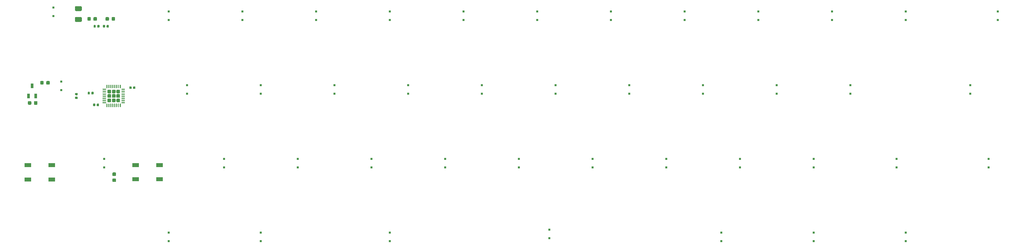
<source format=gbp>
G04 #@! TF.GenerationSoftware,KiCad,Pcbnew,(5.1.4-0-10_14)*
G04 #@! TF.CreationDate,2020-05-16T01:02:51+09:00*
G04 #@! TF.ProjectId,chavdai40,63686176-6461-4693-9430-2e6b69636164,rev?*
G04 #@! TF.SameCoordinates,Original*
G04 #@! TF.FileFunction,Paste,Bot*
G04 #@! TF.FilePolarity,Positive*
%FSLAX46Y46*%
G04 Gerber Fmt 4.6, Leading zero omitted, Abs format (unit mm)*
G04 Created by KiCad (PCBNEW (5.1.4-0-10_14)) date 2020-05-16 01:02:51*
%MOMM*%
%LPD*%
G04 APERTURE LIST*
%ADD10C,0.100000*%
%ADD11C,0.590000*%
%ADD12C,0.875000*%
%ADD13R,1.800000X1.100000*%
%ADD14R,0.500000X0.500000*%
%ADD15C,0.930000*%
%ADD16C,0.250000*%
%ADD17R,0.650000X1.220000*%
%ADD18C,1.250000*%
G04 APERTURE END LIST*
D10*
G36*
X39937958Y-46901210D02*
G01*
X39952276Y-46903334D01*
X39966317Y-46906851D01*
X39979946Y-46911728D01*
X39993031Y-46917917D01*
X40005447Y-46925358D01*
X40017073Y-46933981D01*
X40027798Y-46943702D01*
X40037519Y-46954427D01*
X40046142Y-46966053D01*
X40053583Y-46978469D01*
X40059772Y-46991554D01*
X40064649Y-47005183D01*
X40068166Y-47019224D01*
X40070290Y-47033542D01*
X40071000Y-47048000D01*
X40071000Y-47343000D01*
X40070290Y-47357458D01*
X40068166Y-47371776D01*
X40064649Y-47385817D01*
X40059772Y-47399446D01*
X40053583Y-47412531D01*
X40046142Y-47424947D01*
X40037519Y-47436573D01*
X40027798Y-47447298D01*
X40017073Y-47457019D01*
X40005447Y-47465642D01*
X39993031Y-47473083D01*
X39979946Y-47479272D01*
X39966317Y-47484149D01*
X39952276Y-47487666D01*
X39937958Y-47489790D01*
X39923500Y-47490500D01*
X39578500Y-47490500D01*
X39564042Y-47489790D01*
X39549724Y-47487666D01*
X39535683Y-47484149D01*
X39522054Y-47479272D01*
X39508969Y-47473083D01*
X39496553Y-47465642D01*
X39484927Y-47457019D01*
X39474202Y-47447298D01*
X39464481Y-47436573D01*
X39455858Y-47424947D01*
X39448417Y-47412531D01*
X39442228Y-47399446D01*
X39437351Y-47385817D01*
X39433834Y-47371776D01*
X39431710Y-47357458D01*
X39431000Y-47343000D01*
X39431000Y-47048000D01*
X39431710Y-47033542D01*
X39433834Y-47019224D01*
X39437351Y-47005183D01*
X39442228Y-46991554D01*
X39448417Y-46978469D01*
X39455858Y-46966053D01*
X39464481Y-46954427D01*
X39474202Y-46943702D01*
X39484927Y-46933981D01*
X39496553Y-46925358D01*
X39508969Y-46917917D01*
X39522054Y-46911728D01*
X39535683Y-46906851D01*
X39549724Y-46903334D01*
X39564042Y-46901210D01*
X39578500Y-46900500D01*
X39923500Y-46900500D01*
X39937958Y-46901210D01*
X39937958Y-46901210D01*
G37*
D11*
X39751000Y-47195500D03*
D10*
G36*
X39937958Y-45931210D02*
G01*
X39952276Y-45933334D01*
X39966317Y-45936851D01*
X39979946Y-45941728D01*
X39993031Y-45947917D01*
X40005447Y-45955358D01*
X40017073Y-45963981D01*
X40027798Y-45973702D01*
X40037519Y-45984427D01*
X40046142Y-45996053D01*
X40053583Y-46008469D01*
X40059772Y-46021554D01*
X40064649Y-46035183D01*
X40068166Y-46049224D01*
X40070290Y-46063542D01*
X40071000Y-46078000D01*
X40071000Y-46373000D01*
X40070290Y-46387458D01*
X40068166Y-46401776D01*
X40064649Y-46415817D01*
X40059772Y-46429446D01*
X40053583Y-46442531D01*
X40046142Y-46454947D01*
X40037519Y-46466573D01*
X40027798Y-46477298D01*
X40017073Y-46487019D01*
X40005447Y-46495642D01*
X39993031Y-46503083D01*
X39979946Y-46509272D01*
X39966317Y-46514149D01*
X39952276Y-46517666D01*
X39937958Y-46519790D01*
X39923500Y-46520500D01*
X39578500Y-46520500D01*
X39564042Y-46519790D01*
X39549724Y-46517666D01*
X39535683Y-46514149D01*
X39522054Y-46509272D01*
X39508969Y-46503083D01*
X39496553Y-46495642D01*
X39484927Y-46487019D01*
X39474202Y-46477298D01*
X39464481Y-46466573D01*
X39455858Y-46454947D01*
X39448417Y-46442531D01*
X39442228Y-46429446D01*
X39437351Y-46415817D01*
X39433834Y-46401776D01*
X39431710Y-46387458D01*
X39431000Y-46373000D01*
X39431000Y-46078000D01*
X39431710Y-46063542D01*
X39433834Y-46049224D01*
X39437351Y-46035183D01*
X39442228Y-46021554D01*
X39448417Y-46008469D01*
X39455858Y-45996053D01*
X39464481Y-45984427D01*
X39474202Y-45973702D01*
X39484927Y-45963981D01*
X39496553Y-45955358D01*
X39508969Y-45947917D01*
X39522054Y-45941728D01*
X39535683Y-45936851D01*
X39549724Y-45933334D01*
X39564042Y-45931210D01*
X39578500Y-45930500D01*
X39923500Y-45930500D01*
X39937958Y-45931210D01*
X39937958Y-45931210D01*
G37*
D11*
X39751000Y-46225500D03*
D10*
G36*
X54852958Y-44257710D02*
G01*
X54867276Y-44259834D01*
X54881317Y-44263351D01*
X54894946Y-44268228D01*
X54908031Y-44274417D01*
X54920447Y-44281858D01*
X54932073Y-44290481D01*
X54942798Y-44300202D01*
X54952519Y-44310927D01*
X54961142Y-44322553D01*
X54968583Y-44334969D01*
X54974772Y-44348054D01*
X54979649Y-44361683D01*
X54983166Y-44375724D01*
X54985290Y-44390042D01*
X54986000Y-44404500D01*
X54986000Y-44749500D01*
X54985290Y-44763958D01*
X54983166Y-44778276D01*
X54979649Y-44792317D01*
X54974772Y-44805946D01*
X54968583Y-44819031D01*
X54961142Y-44831447D01*
X54952519Y-44843073D01*
X54942798Y-44853798D01*
X54932073Y-44863519D01*
X54920447Y-44872142D01*
X54908031Y-44879583D01*
X54894946Y-44885772D01*
X54881317Y-44890649D01*
X54867276Y-44894166D01*
X54852958Y-44896290D01*
X54838500Y-44897000D01*
X54543500Y-44897000D01*
X54529042Y-44896290D01*
X54514724Y-44894166D01*
X54500683Y-44890649D01*
X54487054Y-44885772D01*
X54473969Y-44879583D01*
X54461553Y-44872142D01*
X54449927Y-44863519D01*
X54439202Y-44853798D01*
X54429481Y-44843073D01*
X54420858Y-44831447D01*
X54413417Y-44819031D01*
X54407228Y-44805946D01*
X54402351Y-44792317D01*
X54398834Y-44778276D01*
X54396710Y-44763958D01*
X54396000Y-44749500D01*
X54396000Y-44404500D01*
X54396710Y-44390042D01*
X54398834Y-44375724D01*
X54402351Y-44361683D01*
X54407228Y-44348054D01*
X54413417Y-44334969D01*
X54420858Y-44322553D01*
X54429481Y-44310927D01*
X54439202Y-44300202D01*
X54449927Y-44290481D01*
X54461553Y-44281858D01*
X54473969Y-44274417D01*
X54487054Y-44268228D01*
X54500683Y-44263351D01*
X54514724Y-44259834D01*
X54529042Y-44257710D01*
X54543500Y-44257000D01*
X54838500Y-44257000D01*
X54852958Y-44257710D01*
X54852958Y-44257710D01*
G37*
D11*
X54691000Y-44577000D03*
D10*
G36*
X53882958Y-44257710D02*
G01*
X53897276Y-44259834D01*
X53911317Y-44263351D01*
X53924946Y-44268228D01*
X53938031Y-44274417D01*
X53950447Y-44281858D01*
X53962073Y-44290481D01*
X53972798Y-44300202D01*
X53982519Y-44310927D01*
X53991142Y-44322553D01*
X53998583Y-44334969D01*
X54004772Y-44348054D01*
X54009649Y-44361683D01*
X54013166Y-44375724D01*
X54015290Y-44390042D01*
X54016000Y-44404500D01*
X54016000Y-44749500D01*
X54015290Y-44763958D01*
X54013166Y-44778276D01*
X54009649Y-44792317D01*
X54004772Y-44805946D01*
X53998583Y-44819031D01*
X53991142Y-44831447D01*
X53982519Y-44843073D01*
X53972798Y-44853798D01*
X53962073Y-44863519D01*
X53950447Y-44872142D01*
X53938031Y-44879583D01*
X53924946Y-44885772D01*
X53911317Y-44890649D01*
X53897276Y-44894166D01*
X53882958Y-44896290D01*
X53868500Y-44897000D01*
X53573500Y-44897000D01*
X53559042Y-44896290D01*
X53544724Y-44894166D01*
X53530683Y-44890649D01*
X53517054Y-44885772D01*
X53503969Y-44879583D01*
X53491553Y-44872142D01*
X53479927Y-44863519D01*
X53469202Y-44853798D01*
X53459481Y-44843073D01*
X53450858Y-44831447D01*
X53443417Y-44819031D01*
X53437228Y-44805946D01*
X53432351Y-44792317D01*
X53428834Y-44778276D01*
X53426710Y-44763958D01*
X53426000Y-44749500D01*
X53426000Y-44404500D01*
X53426710Y-44390042D01*
X53428834Y-44375724D01*
X53432351Y-44361683D01*
X53437228Y-44348054D01*
X53443417Y-44334969D01*
X53450858Y-44322553D01*
X53459481Y-44310927D01*
X53469202Y-44300202D01*
X53479927Y-44290481D01*
X53491553Y-44281858D01*
X53503969Y-44274417D01*
X53517054Y-44268228D01*
X53530683Y-44263351D01*
X53544724Y-44259834D01*
X53559042Y-44257710D01*
X53573500Y-44257000D01*
X53868500Y-44257000D01*
X53882958Y-44257710D01*
X53882958Y-44257710D01*
G37*
D11*
X53721000Y-44577000D03*
D10*
G36*
X43110958Y-45654710D02*
G01*
X43125276Y-45656834D01*
X43139317Y-45660351D01*
X43152946Y-45665228D01*
X43166031Y-45671417D01*
X43178447Y-45678858D01*
X43190073Y-45687481D01*
X43200798Y-45697202D01*
X43210519Y-45707927D01*
X43219142Y-45719553D01*
X43226583Y-45731969D01*
X43232772Y-45745054D01*
X43237649Y-45758683D01*
X43241166Y-45772724D01*
X43243290Y-45787042D01*
X43244000Y-45801500D01*
X43244000Y-46146500D01*
X43243290Y-46160958D01*
X43241166Y-46175276D01*
X43237649Y-46189317D01*
X43232772Y-46202946D01*
X43226583Y-46216031D01*
X43219142Y-46228447D01*
X43210519Y-46240073D01*
X43200798Y-46250798D01*
X43190073Y-46260519D01*
X43178447Y-46269142D01*
X43166031Y-46276583D01*
X43152946Y-46282772D01*
X43139317Y-46287649D01*
X43125276Y-46291166D01*
X43110958Y-46293290D01*
X43096500Y-46294000D01*
X42801500Y-46294000D01*
X42787042Y-46293290D01*
X42772724Y-46291166D01*
X42758683Y-46287649D01*
X42745054Y-46282772D01*
X42731969Y-46276583D01*
X42719553Y-46269142D01*
X42707927Y-46260519D01*
X42697202Y-46250798D01*
X42687481Y-46240073D01*
X42678858Y-46228447D01*
X42671417Y-46216031D01*
X42665228Y-46202946D01*
X42660351Y-46189317D01*
X42656834Y-46175276D01*
X42654710Y-46160958D01*
X42654000Y-46146500D01*
X42654000Y-45801500D01*
X42654710Y-45787042D01*
X42656834Y-45772724D01*
X42660351Y-45758683D01*
X42665228Y-45745054D01*
X42671417Y-45731969D01*
X42678858Y-45719553D01*
X42687481Y-45707927D01*
X42697202Y-45697202D01*
X42707927Y-45687481D01*
X42719553Y-45678858D01*
X42731969Y-45671417D01*
X42745054Y-45665228D01*
X42758683Y-45660351D01*
X42772724Y-45656834D01*
X42787042Y-45654710D01*
X42801500Y-45654000D01*
X43096500Y-45654000D01*
X43110958Y-45654710D01*
X43110958Y-45654710D01*
G37*
D11*
X42949000Y-45974000D03*
D10*
G36*
X44080958Y-45654710D02*
G01*
X44095276Y-45656834D01*
X44109317Y-45660351D01*
X44122946Y-45665228D01*
X44136031Y-45671417D01*
X44148447Y-45678858D01*
X44160073Y-45687481D01*
X44170798Y-45697202D01*
X44180519Y-45707927D01*
X44189142Y-45719553D01*
X44196583Y-45731969D01*
X44202772Y-45745054D01*
X44207649Y-45758683D01*
X44211166Y-45772724D01*
X44213290Y-45787042D01*
X44214000Y-45801500D01*
X44214000Y-46146500D01*
X44213290Y-46160958D01*
X44211166Y-46175276D01*
X44207649Y-46189317D01*
X44202772Y-46202946D01*
X44196583Y-46216031D01*
X44189142Y-46228447D01*
X44180519Y-46240073D01*
X44170798Y-46250798D01*
X44160073Y-46260519D01*
X44148447Y-46269142D01*
X44136031Y-46276583D01*
X44122946Y-46282772D01*
X44109317Y-46287649D01*
X44095276Y-46291166D01*
X44080958Y-46293290D01*
X44066500Y-46294000D01*
X43771500Y-46294000D01*
X43757042Y-46293290D01*
X43742724Y-46291166D01*
X43728683Y-46287649D01*
X43715054Y-46282772D01*
X43701969Y-46276583D01*
X43689553Y-46269142D01*
X43677927Y-46260519D01*
X43667202Y-46250798D01*
X43657481Y-46240073D01*
X43648858Y-46228447D01*
X43641417Y-46216031D01*
X43635228Y-46202946D01*
X43630351Y-46189317D01*
X43626834Y-46175276D01*
X43624710Y-46160958D01*
X43624000Y-46146500D01*
X43624000Y-45801500D01*
X43624710Y-45787042D01*
X43626834Y-45772724D01*
X43630351Y-45758683D01*
X43635228Y-45745054D01*
X43641417Y-45731969D01*
X43648858Y-45719553D01*
X43657481Y-45707927D01*
X43667202Y-45697202D01*
X43677927Y-45687481D01*
X43689553Y-45678858D01*
X43701969Y-45671417D01*
X43715054Y-45665228D01*
X43728683Y-45660351D01*
X43742724Y-45656834D01*
X43757042Y-45654710D01*
X43771500Y-45654000D01*
X44066500Y-45654000D01*
X44080958Y-45654710D01*
X44080958Y-45654710D01*
G37*
D11*
X43919000Y-45974000D03*
D10*
G36*
X44507958Y-48702710D02*
G01*
X44522276Y-48704834D01*
X44536317Y-48708351D01*
X44549946Y-48713228D01*
X44563031Y-48719417D01*
X44575447Y-48726858D01*
X44587073Y-48735481D01*
X44597798Y-48745202D01*
X44607519Y-48755927D01*
X44616142Y-48767553D01*
X44623583Y-48779969D01*
X44629772Y-48793054D01*
X44634649Y-48806683D01*
X44638166Y-48820724D01*
X44640290Y-48835042D01*
X44641000Y-48849500D01*
X44641000Y-49194500D01*
X44640290Y-49208958D01*
X44638166Y-49223276D01*
X44634649Y-49237317D01*
X44629772Y-49250946D01*
X44623583Y-49264031D01*
X44616142Y-49276447D01*
X44607519Y-49288073D01*
X44597798Y-49298798D01*
X44587073Y-49308519D01*
X44575447Y-49317142D01*
X44563031Y-49324583D01*
X44549946Y-49330772D01*
X44536317Y-49335649D01*
X44522276Y-49339166D01*
X44507958Y-49341290D01*
X44493500Y-49342000D01*
X44198500Y-49342000D01*
X44184042Y-49341290D01*
X44169724Y-49339166D01*
X44155683Y-49335649D01*
X44142054Y-49330772D01*
X44128969Y-49324583D01*
X44116553Y-49317142D01*
X44104927Y-49308519D01*
X44094202Y-49298798D01*
X44084481Y-49288073D01*
X44075858Y-49276447D01*
X44068417Y-49264031D01*
X44062228Y-49250946D01*
X44057351Y-49237317D01*
X44053834Y-49223276D01*
X44051710Y-49208958D01*
X44051000Y-49194500D01*
X44051000Y-48849500D01*
X44051710Y-48835042D01*
X44053834Y-48820724D01*
X44057351Y-48806683D01*
X44062228Y-48793054D01*
X44068417Y-48779969D01*
X44075858Y-48767553D01*
X44084481Y-48755927D01*
X44094202Y-48745202D01*
X44104927Y-48735481D01*
X44116553Y-48726858D01*
X44128969Y-48719417D01*
X44142054Y-48713228D01*
X44155683Y-48708351D01*
X44169724Y-48704834D01*
X44184042Y-48702710D01*
X44198500Y-48702000D01*
X44493500Y-48702000D01*
X44507958Y-48702710D01*
X44507958Y-48702710D01*
G37*
D11*
X44346000Y-49022000D03*
D10*
G36*
X45477958Y-48702710D02*
G01*
X45492276Y-48704834D01*
X45506317Y-48708351D01*
X45519946Y-48713228D01*
X45533031Y-48719417D01*
X45545447Y-48726858D01*
X45557073Y-48735481D01*
X45567798Y-48745202D01*
X45577519Y-48755927D01*
X45586142Y-48767553D01*
X45593583Y-48779969D01*
X45599772Y-48793054D01*
X45604649Y-48806683D01*
X45608166Y-48820724D01*
X45610290Y-48835042D01*
X45611000Y-48849500D01*
X45611000Y-49194500D01*
X45610290Y-49208958D01*
X45608166Y-49223276D01*
X45604649Y-49237317D01*
X45599772Y-49250946D01*
X45593583Y-49264031D01*
X45586142Y-49276447D01*
X45577519Y-49288073D01*
X45567798Y-49298798D01*
X45557073Y-49308519D01*
X45545447Y-49317142D01*
X45533031Y-49324583D01*
X45519946Y-49330772D01*
X45506317Y-49335649D01*
X45492276Y-49339166D01*
X45477958Y-49341290D01*
X45463500Y-49342000D01*
X45168500Y-49342000D01*
X45154042Y-49341290D01*
X45139724Y-49339166D01*
X45125683Y-49335649D01*
X45112054Y-49330772D01*
X45098969Y-49324583D01*
X45086553Y-49317142D01*
X45074927Y-49308519D01*
X45064202Y-49298798D01*
X45054481Y-49288073D01*
X45045858Y-49276447D01*
X45038417Y-49264031D01*
X45032228Y-49250946D01*
X45027351Y-49237317D01*
X45023834Y-49223276D01*
X45021710Y-49208958D01*
X45021000Y-49194500D01*
X45021000Y-48849500D01*
X45021710Y-48835042D01*
X45023834Y-48820724D01*
X45027351Y-48806683D01*
X45032228Y-48793054D01*
X45038417Y-48779969D01*
X45045858Y-48767553D01*
X45054481Y-48755927D01*
X45064202Y-48745202D01*
X45074927Y-48735481D01*
X45086553Y-48726858D01*
X45098969Y-48719417D01*
X45112054Y-48713228D01*
X45125683Y-48708351D01*
X45139724Y-48704834D01*
X45154042Y-48702710D01*
X45168500Y-48702000D01*
X45463500Y-48702000D01*
X45477958Y-48702710D01*
X45477958Y-48702710D01*
G37*
D11*
X45316000Y-49022000D03*
D10*
G36*
X29475691Y-48040053D02*
G01*
X29496926Y-48043203D01*
X29517750Y-48048419D01*
X29537962Y-48055651D01*
X29557368Y-48064830D01*
X29575781Y-48075866D01*
X29593024Y-48088654D01*
X29608930Y-48103070D01*
X29623346Y-48118976D01*
X29636134Y-48136219D01*
X29647170Y-48154632D01*
X29656349Y-48174038D01*
X29663581Y-48194250D01*
X29668797Y-48215074D01*
X29671947Y-48236309D01*
X29673000Y-48257750D01*
X29673000Y-48770250D01*
X29671947Y-48791691D01*
X29668797Y-48812926D01*
X29663581Y-48833750D01*
X29656349Y-48853962D01*
X29647170Y-48873368D01*
X29636134Y-48891781D01*
X29623346Y-48909024D01*
X29608930Y-48924930D01*
X29593024Y-48939346D01*
X29575781Y-48952134D01*
X29557368Y-48963170D01*
X29537962Y-48972349D01*
X29517750Y-48979581D01*
X29496926Y-48984797D01*
X29475691Y-48987947D01*
X29454250Y-48989000D01*
X29016750Y-48989000D01*
X28995309Y-48987947D01*
X28974074Y-48984797D01*
X28953250Y-48979581D01*
X28933038Y-48972349D01*
X28913632Y-48963170D01*
X28895219Y-48952134D01*
X28877976Y-48939346D01*
X28862070Y-48924930D01*
X28847654Y-48909024D01*
X28834866Y-48891781D01*
X28823830Y-48873368D01*
X28814651Y-48853962D01*
X28807419Y-48833750D01*
X28802203Y-48812926D01*
X28799053Y-48791691D01*
X28798000Y-48770250D01*
X28798000Y-48257750D01*
X28799053Y-48236309D01*
X28802203Y-48215074D01*
X28807419Y-48194250D01*
X28814651Y-48174038D01*
X28823830Y-48154632D01*
X28834866Y-48136219D01*
X28847654Y-48118976D01*
X28862070Y-48103070D01*
X28877976Y-48088654D01*
X28895219Y-48075866D01*
X28913632Y-48064830D01*
X28933038Y-48055651D01*
X28953250Y-48048419D01*
X28974074Y-48043203D01*
X28995309Y-48040053D01*
X29016750Y-48039000D01*
X29454250Y-48039000D01*
X29475691Y-48040053D01*
X29475691Y-48040053D01*
G37*
D12*
X29235500Y-48514000D03*
D10*
G36*
X27900691Y-48040053D02*
G01*
X27921926Y-48043203D01*
X27942750Y-48048419D01*
X27962962Y-48055651D01*
X27982368Y-48064830D01*
X28000781Y-48075866D01*
X28018024Y-48088654D01*
X28033930Y-48103070D01*
X28048346Y-48118976D01*
X28061134Y-48136219D01*
X28072170Y-48154632D01*
X28081349Y-48174038D01*
X28088581Y-48194250D01*
X28093797Y-48215074D01*
X28096947Y-48236309D01*
X28098000Y-48257750D01*
X28098000Y-48770250D01*
X28096947Y-48791691D01*
X28093797Y-48812926D01*
X28088581Y-48833750D01*
X28081349Y-48853962D01*
X28072170Y-48873368D01*
X28061134Y-48891781D01*
X28048346Y-48909024D01*
X28033930Y-48924930D01*
X28018024Y-48939346D01*
X28000781Y-48952134D01*
X27982368Y-48963170D01*
X27962962Y-48972349D01*
X27942750Y-48979581D01*
X27921926Y-48984797D01*
X27900691Y-48987947D01*
X27879250Y-48989000D01*
X27441750Y-48989000D01*
X27420309Y-48987947D01*
X27399074Y-48984797D01*
X27378250Y-48979581D01*
X27358038Y-48972349D01*
X27338632Y-48963170D01*
X27320219Y-48952134D01*
X27302976Y-48939346D01*
X27287070Y-48924930D01*
X27272654Y-48909024D01*
X27259866Y-48891781D01*
X27248830Y-48873368D01*
X27239651Y-48853962D01*
X27232419Y-48833750D01*
X27227203Y-48812926D01*
X27224053Y-48791691D01*
X27223000Y-48770250D01*
X27223000Y-48257750D01*
X27224053Y-48236309D01*
X27227203Y-48215074D01*
X27232419Y-48194250D01*
X27239651Y-48174038D01*
X27248830Y-48154632D01*
X27259866Y-48136219D01*
X27272654Y-48118976D01*
X27287070Y-48103070D01*
X27302976Y-48088654D01*
X27320219Y-48075866D01*
X27338632Y-48064830D01*
X27358038Y-48055651D01*
X27378250Y-48048419D01*
X27399074Y-48043203D01*
X27420309Y-48040053D01*
X27441750Y-48039000D01*
X27879250Y-48039000D01*
X27900691Y-48040053D01*
X27900691Y-48040053D01*
G37*
D12*
X27660500Y-48514000D03*
D10*
G36*
X32650691Y-42833053D02*
G01*
X32671926Y-42836203D01*
X32692750Y-42841419D01*
X32712962Y-42848651D01*
X32732368Y-42857830D01*
X32750781Y-42868866D01*
X32768024Y-42881654D01*
X32783930Y-42896070D01*
X32798346Y-42911976D01*
X32811134Y-42929219D01*
X32822170Y-42947632D01*
X32831349Y-42967038D01*
X32838581Y-42987250D01*
X32843797Y-43008074D01*
X32846947Y-43029309D01*
X32848000Y-43050750D01*
X32848000Y-43563250D01*
X32846947Y-43584691D01*
X32843797Y-43605926D01*
X32838581Y-43626750D01*
X32831349Y-43646962D01*
X32822170Y-43666368D01*
X32811134Y-43684781D01*
X32798346Y-43702024D01*
X32783930Y-43717930D01*
X32768024Y-43732346D01*
X32750781Y-43745134D01*
X32732368Y-43756170D01*
X32712962Y-43765349D01*
X32692750Y-43772581D01*
X32671926Y-43777797D01*
X32650691Y-43780947D01*
X32629250Y-43782000D01*
X32191750Y-43782000D01*
X32170309Y-43780947D01*
X32149074Y-43777797D01*
X32128250Y-43772581D01*
X32108038Y-43765349D01*
X32088632Y-43756170D01*
X32070219Y-43745134D01*
X32052976Y-43732346D01*
X32037070Y-43717930D01*
X32022654Y-43702024D01*
X32009866Y-43684781D01*
X31998830Y-43666368D01*
X31989651Y-43646962D01*
X31982419Y-43626750D01*
X31977203Y-43605926D01*
X31974053Y-43584691D01*
X31973000Y-43563250D01*
X31973000Y-43050750D01*
X31974053Y-43029309D01*
X31977203Y-43008074D01*
X31982419Y-42987250D01*
X31989651Y-42967038D01*
X31998830Y-42947632D01*
X32009866Y-42929219D01*
X32022654Y-42911976D01*
X32037070Y-42896070D01*
X32052976Y-42881654D01*
X32070219Y-42868866D01*
X32088632Y-42857830D01*
X32108038Y-42848651D01*
X32128250Y-42841419D01*
X32149074Y-42836203D01*
X32170309Y-42833053D01*
X32191750Y-42832000D01*
X32629250Y-42832000D01*
X32650691Y-42833053D01*
X32650691Y-42833053D01*
G37*
D12*
X32410500Y-43307000D03*
D10*
G36*
X31075691Y-42833053D02*
G01*
X31096926Y-42836203D01*
X31117750Y-42841419D01*
X31137962Y-42848651D01*
X31157368Y-42857830D01*
X31175781Y-42868866D01*
X31193024Y-42881654D01*
X31208930Y-42896070D01*
X31223346Y-42911976D01*
X31236134Y-42929219D01*
X31247170Y-42947632D01*
X31256349Y-42967038D01*
X31263581Y-42987250D01*
X31268797Y-43008074D01*
X31271947Y-43029309D01*
X31273000Y-43050750D01*
X31273000Y-43563250D01*
X31271947Y-43584691D01*
X31268797Y-43605926D01*
X31263581Y-43626750D01*
X31256349Y-43646962D01*
X31247170Y-43666368D01*
X31236134Y-43684781D01*
X31223346Y-43702024D01*
X31208930Y-43717930D01*
X31193024Y-43732346D01*
X31175781Y-43745134D01*
X31157368Y-43756170D01*
X31137962Y-43765349D01*
X31117750Y-43772581D01*
X31096926Y-43777797D01*
X31075691Y-43780947D01*
X31054250Y-43782000D01*
X30616750Y-43782000D01*
X30595309Y-43780947D01*
X30574074Y-43777797D01*
X30553250Y-43772581D01*
X30533038Y-43765349D01*
X30513632Y-43756170D01*
X30495219Y-43745134D01*
X30477976Y-43732346D01*
X30462070Y-43717930D01*
X30447654Y-43702024D01*
X30434866Y-43684781D01*
X30423830Y-43666368D01*
X30414651Y-43646962D01*
X30407419Y-43626750D01*
X30402203Y-43605926D01*
X30399053Y-43584691D01*
X30398000Y-43563250D01*
X30398000Y-43050750D01*
X30399053Y-43029309D01*
X30402203Y-43008074D01*
X30407419Y-42987250D01*
X30414651Y-42967038D01*
X30423830Y-42947632D01*
X30434866Y-42929219D01*
X30447654Y-42911976D01*
X30462070Y-42896070D01*
X30477976Y-42881654D01*
X30495219Y-42868866D01*
X30513632Y-42857830D01*
X30533038Y-42848651D01*
X30553250Y-42841419D01*
X30574074Y-42836203D01*
X30595309Y-42833053D01*
X30616750Y-42832000D01*
X31054250Y-42832000D01*
X31075691Y-42833053D01*
X31075691Y-42833053D01*
G37*
D12*
X30835500Y-43307000D03*
D13*
X27201000Y-68326000D03*
X33401000Y-64626000D03*
X27201000Y-64626000D03*
X33401000Y-68326000D03*
D14*
X182657750Y-46132750D03*
X182657750Y-43932750D03*
D10*
G36*
X48508289Y-47397620D02*
G01*
X48530858Y-47400967D01*
X48552991Y-47406511D01*
X48574474Y-47414198D01*
X48595100Y-47423953D01*
X48614670Y-47435683D01*
X48632996Y-47449275D01*
X48649902Y-47464598D01*
X48665225Y-47481504D01*
X48678817Y-47499830D01*
X48690547Y-47519400D01*
X48700302Y-47540026D01*
X48707989Y-47561509D01*
X48713533Y-47583642D01*
X48716880Y-47606211D01*
X48718000Y-47629000D01*
X48718000Y-48094000D01*
X48716880Y-48116789D01*
X48713533Y-48139358D01*
X48707989Y-48161491D01*
X48700302Y-48182974D01*
X48690547Y-48203600D01*
X48678817Y-48223170D01*
X48665225Y-48241496D01*
X48649902Y-48258402D01*
X48632996Y-48273725D01*
X48614670Y-48287317D01*
X48595100Y-48299047D01*
X48574474Y-48308802D01*
X48552991Y-48316489D01*
X48530858Y-48322033D01*
X48508289Y-48325380D01*
X48485500Y-48326500D01*
X48020500Y-48326500D01*
X47997711Y-48325380D01*
X47975142Y-48322033D01*
X47953009Y-48316489D01*
X47931526Y-48308802D01*
X47910900Y-48299047D01*
X47891330Y-48287317D01*
X47873004Y-48273725D01*
X47856098Y-48258402D01*
X47840775Y-48241496D01*
X47827183Y-48223170D01*
X47815453Y-48203600D01*
X47805698Y-48182974D01*
X47798011Y-48161491D01*
X47792467Y-48139358D01*
X47789120Y-48116789D01*
X47788000Y-48094000D01*
X47788000Y-47629000D01*
X47789120Y-47606211D01*
X47792467Y-47583642D01*
X47798011Y-47561509D01*
X47805698Y-47540026D01*
X47815453Y-47519400D01*
X47827183Y-47499830D01*
X47840775Y-47481504D01*
X47856098Y-47464598D01*
X47873004Y-47449275D01*
X47891330Y-47435683D01*
X47910900Y-47423953D01*
X47931526Y-47414198D01*
X47953009Y-47406511D01*
X47975142Y-47400967D01*
X47997711Y-47397620D01*
X48020500Y-47396500D01*
X48485500Y-47396500D01*
X48508289Y-47397620D01*
X48508289Y-47397620D01*
G37*
D15*
X48253000Y-47861500D03*
D10*
G36*
X48508289Y-46247620D02*
G01*
X48530858Y-46250967D01*
X48552991Y-46256511D01*
X48574474Y-46264198D01*
X48595100Y-46273953D01*
X48614670Y-46285683D01*
X48632996Y-46299275D01*
X48649902Y-46314598D01*
X48665225Y-46331504D01*
X48678817Y-46349830D01*
X48690547Y-46369400D01*
X48700302Y-46390026D01*
X48707989Y-46411509D01*
X48713533Y-46433642D01*
X48716880Y-46456211D01*
X48718000Y-46479000D01*
X48718000Y-46944000D01*
X48716880Y-46966789D01*
X48713533Y-46989358D01*
X48707989Y-47011491D01*
X48700302Y-47032974D01*
X48690547Y-47053600D01*
X48678817Y-47073170D01*
X48665225Y-47091496D01*
X48649902Y-47108402D01*
X48632996Y-47123725D01*
X48614670Y-47137317D01*
X48595100Y-47149047D01*
X48574474Y-47158802D01*
X48552991Y-47166489D01*
X48530858Y-47172033D01*
X48508289Y-47175380D01*
X48485500Y-47176500D01*
X48020500Y-47176500D01*
X47997711Y-47175380D01*
X47975142Y-47172033D01*
X47953009Y-47166489D01*
X47931526Y-47158802D01*
X47910900Y-47149047D01*
X47891330Y-47137317D01*
X47873004Y-47123725D01*
X47856098Y-47108402D01*
X47840775Y-47091496D01*
X47827183Y-47073170D01*
X47815453Y-47053600D01*
X47805698Y-47032974D01*
X47798011Y-47011491D01*
X47792467Y-46989358D01*
X47789120Y-46966789D01*
X47788000Y-46944000D01*
X47788000Y-46479000D01*
X47789120Y-46456211D01*
X47792467Y-46433642D01*
X47798011Y-46411509D01*
X47805698Y-46390026D01*
X47815453Y-46369400D01*
X47827183Y-46349830D01*
X47840775Y-46331504D01*
X47856098Y-46314598D01*
X47873004Y-46299275D01*
X47891330Y-46285683D01*
X47910900Y-46273953D01*
X47931526Y-46264198D01*
X47953009Y-46256511D01*
X47975142Y-46250967D01*
X47997711Y-46247620D01*
X48020500Y-46246500D01*
X48485500Y-46246500D01*
X48508289Y-46247620D01*
X48508289Y-46247620D01*
G37*
D15*
X48253000Y-46711500D03*
D10*
G36*
X48508289Y-45097620D02*
G01*
X48530858Y-45100967D01*
X48552991Y-45106511D01*
X48574474Y-45114198D01*
X48595100Y-45123953D01*
X48614670Y-45135683D01*
X48632996Y-45149275D01*
X48649902Y-45164598D01*
X48665225Y-45181504D01*
X48678817Y-45199830D01*
X48690547Y-45219400D01*
X48700302Y-45240026D01*
X48707989Y-45261509D01*
X48713533Y-45283642D01*
X48716880Y-45306211D01*
X48718000Y-45329000D01*
X48718000Y-45794000D01*
X48716880Y-45816789D01*
X48713533Y-45839358D01*
X48707989Y-45861491D01*
X48700302Y-45882974D01*
X48690547Y-45903600D01*
X48678817Y-45923170D01*
X48665225Y-45941496D01*
X48649902Y-45958402D01*
X48632996Y-45973725D01*
X48614670Y-45987317D01*
X48595100Y-45999047D01*
X48574474Y-46008802D01*
X48552991Y-46016489D01*
X48530858Y-46022033D01*
X48508289Y-46025380D01*
X48485500Y-46026500D01*
X48020500Y-46026500D01*
X47997711Y-46025380D01*
X47975142Y-46022033D01*
X47953009Y-46016489D01*
X47931526Y-46008802D01*
X47910900Y-45999047D01*
X47891330Y-45987317D01*
X47873004Y-45973725D01*
X47856098Y-45958402D01*
X47840775Y-45941496D01*
X47827183Y-45923170D01*
X47815453Y-45903600D01*
X47805698Y-45882974D01*
X47798011Y-45861491D01*
X47792467Y-45839358D01*
X47789120Y-45816789D01*
X47788000Y-45794000D01*
X47788000Y-45329000D01*
X47789120Y-45306211D01*
X47792467Y-45283642D01*
X47798011Y-45261509D01*
X47805698Y-45240026D01*
X47815453Y-45219400D01*
X47827183Y-45199830D01*
X47840775Y-45181504D01*
X47856098Y-45164598D01*
X47873004Y-45149275D01*
X47891330Y-45135683D01*
X47910900Y-45123953D01*
X47931526Y-45114198D01*
X47953009Y-45106511D01*
X47975142Y-45100967D01*
X47997711Y-45097620D01*
X48020500Y-45096500D01*
X48485500Y-45096500D01*
X48508289Y-45097620D01*
X48508289Y-45097620D01*
G37*
D15*
X48253000Y-45561500D03*
D10*
G36*
X49658289Y-47397620D02*
G01*
X49680858Y-47400967D01*
X49702991Y-47406511D01*
X49724474Y-47414198D01*
X49745100Y-47423953D01*
X49764670Y-47435683D01*
X49782996Y-47449275D01*
X49799902Y-47464598D01*
X49815225Y-47481504D01*
X49828817Y-47499830D01*
X49840547Y-47519400D01*
X49850302Y-47540026D01*
X49857989Y-47561509D01*
X49863533Y-47583642D01*
X49866880Y-47606211D01*
X49868000Y-47629000D01*
X49868000Y-48094000D01*
X49866880Y-48116789D01*
X49863533Y-48139358D01*
X49857989Y-48161491D01*
X49850302Y-48182974D01*
X49840547Y-48203600D01*
X49828817Y-48223170D01*
X49815225Y-48241496D01*
X49799902Y-48258402D01*
X49782996Y-48273725D01*
X49764670Y-48287317D01*
X49745100Y-48299047D01*
X49724474Y-48308802D01*
X49702991Y-48316489D01*
X49680858Y-48322033D01*
X49658289Y-48325380D01*
X49635500Y-48326500D01*
X49170500Y-48326500D01*
X49147711Y-48325380D01*
X49125142Y-48322033D01*
X49103009Y-48316489D01*
X49081526Y-48308802D01*
X49060900Y-48299047D01*
X49041330Y-48287317D01*
X49023004Y-48273725D01*
X49006098Y-48258402D01*
X48990775Y-48241496D01*
X48977183Y-48223170D01*
X48965453Y-48203600D01*
X48955698Y-48182974D01*
X48948011Y-48161491D01*
X48942467Y-48139358D01*
X48939120Y-48116789D01*
X48938000Y-48094000D01*
X48938000Y-47629000D01*
X48939120Y-47606211D01*
X48942467Y-47583642D01*
X48948011Y-47561509D01*
X48955698Y-47540026D01*
X48965453Y-47519400D01*
X48977183Y-47499830D01*
X48990775Y-47481504D01*
X49006098Y-47464598D01*
X49023004Y-47449275D01*
X49041330Y-47435683D01*
X49060900Y-47423953D01*
X49081526Y-47414198D01*
X49103009Y-47406511D01*
X49125142Y-47400967D01*
X49147711Y-47397620D01*
X49170500Y-47396500D01*
X49635500Y-47396500D01*
X49658289Y-47397620D01*
X49658289Y-47397620D01*
G37*
D15*
X49403000Y-47861500D03*
D10*
G36*
X49658289Y-46247620D02*
G01*
X49680858Y-46250967D01*
X49702991Y-46256511D01*
X49724474Y-46264198D01*
X49745100Y-46273953D01*
X49764670Y-46285683D01*
X49782996Y-46299275D01*
X49799902Y-46314598D01*
X49815225Y-46331504D01*
X49828817Y-46349830D01*
X49840547Y-46369400D01*
X49850302Y-46390026D01*
X49857989Y-46411509D01*
X49863533Y-46433642D01*
X49866880Y-46456211D01*
X49868000Y-46479000D01*
X49868000Y-46944000D01*
X49866880Y-46966789D01*
X49863533Y-46989358D01*
X49857989Y-47011491D01*
X49850302Y-47032974D01*
X49840547Y-47053600D01*
X49828817Y-47073170D01*
X49815225Y-47091496D01*
X49799902Y-47108402D01*
X49782996Y-47123725D01*
X49764670Y-47137317D01*
X49745100Y-47149047D01*
X49724474Y-47158802D01*
X49702991Y-47166489D01*
X49680858Y-47172033D01*
X49658289Y-47175380D01*
X49635500Y-47176500D01*
X49170500Y-47176500D01*
X49147711Y-47175380D01*
X49125142Y-47172033D01*
X49103009Y-47166489D01*
X49081526Y-47158802D01*
X49060900Y-47149047D01*
X49041330Y-47137317D01*
X49023004Y-47123725D01*
X49006098Y-47108402D01*
X48990775Y-47091496D01*
X48977183Y-47073170D01*
X48965453Y-47053600D01*
X48955698Y-47032974D01*
X48948011Y-47011491D01*
X48942467Y-46989358D01*
X48939120Y-46966789D01*
X48938000Y-46944000D01*
X48938000Y-46479000D01*
X48939120Y-46456211D01*
X48942467Y-46433642D01*
X48948011Y-46411509D01*
X48955698Y-46390026D01*
X48965453Y-46369400D01*
X48977183Y-46349830D01*
X48990775Y-46331504D01*
X49006098Y-46314598D01*
X49023004Y-46299275D01*
X49041330Y-46285683D01*
X49060900Y-46273953D01*
X49081526Y-46264198D01*
X49103009Y-46256511D01*
X49125142Y-46250967D01*
X49147711Y-46247620D01*
X49170500Y-46246500D01*
X49635500Y-46246500D01*
X49658289Y-46247620D01*
X49658289Y-46247620D01*
G37*
D15*
X49403000Y-46711500D03*
D10*
G36*
X49658289Y-45097620D02*
G01*
X49680858Y-45100967D01*
X49702991Y-45106511D01*
X49724474Y-45114198D01*
X49745100Y-45123953D01*
X49764670Y-45135683D01*
X49782996Y-45149275D01*
X49799902Y-45164598D01*
X49815225Y-45181504D01*
X49828817Y-45199830D01*
X49840547Y-45219400D01*
X49850302Y-45240026D01*
X49857989Y-45261509D01*
X49863533Y-45283642D01*
X49866880Y-45306211D01*
X49868000Y-45329000D01*
X49868000Y-45794000D01*
X49866880Y-45816789D01*
X49863533Y-45839358D01*
X49857989Y-45861491D01*
X49850302Y-45882974D01*
X49840547Y-45903600D01*
X49828817Y-45923170D01*
X49815225Y-45941496D01*
X49799902Y-45958402D01*
X49782996Y-45973725D01*
X49764670Y-45987317D01*
X49745100Y-45999047D01*
X49724474Y-46008802D01*
X49702991Y-46016489D01*
X49680858Y-46022033D01*
X49658289Y-46025380D01*
X49635500Y-46026500D01*
X49170500Y-46026500D01*
X49147711Y-46025380D01*
X49125142Y-46022033D01*
X49103009Y-46016489D01*
X49081526Y-46008802D01*
X49060900Y-45999047D01*
X49041330Y-45987317D01*
X49023004Y-45973725D01*
X49006098Y-45958402D01*
X48990775Y-45941496D01*
X48977183Y-45923170D01*
X48965453Y-45903600D01*
X48955698Y-45882974D01*
X48948011Y-45861491D01*
X48942467Y-45839358D01*
X48939120Y-45816789D01*
X48938000Y-45794000D01*
X48938000Y-45329000D01*
X48939120Y-45306211D01*
X48942467Y-45283642D01*
X48948011Y-45261509D01*
X48955698Y-45240026D01*
X48965453Y-45219400D01*
X48977183Y-45199830D01*
X48990775Y-45181504D01*
X49006098Y-45164598D01*
X49023004Y-45149275D01*
X49041330Y-45135683D01*
X49060900Y-45123953D01*
X49081526Y-45114198D01*
X49103009Y-45106511D01*
X49125142Y-45100967D01*
X49147711Y-45097620D01*
X49170500Y-45096500D01*
X49635500Y-45096500D01*
X49658289Y-45097620D01*
X49658289Y-45097620D01*
G37*
D15*
X49403000Y-45561500D03*
D10*
G36*
X50808289Y-47397620D02*
G01*
X50830858Y-47400967D01*
X50852991Y-47406511D01*
X50874474Y-47414198D01*
X50895100Y-47423953D01*
X50914670Y-47435683D01*
X50932996Y-47449275D01*
X50949902Y-47464598D01*
X50965225Y-47481504D01*
X50978817Y-47499830D01*
X50990547Y-47519400D01*
X51000302Y-47540026D01*
X51007989Y-47561509D01*
X51013533Y-47583642D01*
X51016880Y-47606211D01*
X51018000Y-47629000D01*
X51018000Y-48094000D01*
X51016880Y-48116789D01*
X51013533Y-48139358D01*
X51007989Y-48161491D01*
X51000302Y-48182974D01*
X50990547Y-48203600D01*
X50978817Y-48223170D01*
X50965225Y-48241496D01*
X50949902Y-48258402D01*
X50932996Y-48273725D01*
X50914670Y-48287317D01*
X50895100Y-48299047D01*
X50874474Y-48308802D01*
X50852991Y-48316489D01*
X50830858Y-48322033D01*
X50808289Y-48325380D01*
X50785500Y-48326500D01*
X50320500Y-48326500D01*
X50297711Y-48325380D01*
X50275142Y-48322033D01*
X50253009Y-48316489D01*
X50231526Y-48308802D01*
X50210900Y-48299047D01*
X50191330Y-48287317D01*
X50173004Y-48273725D01*
X50156098Y-48258402D01*
X50140775Y-48241496D01*
X50127183Y-48223170D01*
X50115453Y-48203600D01*
X50105698Y-48182974D01*
X50098011Y-48161491D01*
X50092467Y-48139358D01*
X50089120Y-48116789D01*
X50088000Y-48094000D01*
X50088000Y-47629000D01*
X50089120Y-47606211D01*
X50092467Y-47583642D01*
X50098011Y-47561509D01*
X50105698Y-47540026D01*
X50115453Y-47519400D01*
X50127183Y-47499830D01*
X50140775Y-47481504D01*
X50156098Y-47464598D01*
X50173004Y-47449275D01*
X50191330Y-47435683D01*
X50210900Y-47423953D01*
X50231526Y-47414198D01*
X50253009Y-47406511D01*
X50275142Y-47400967D01*
X50297711Y-47397620D01*
X50320500Y-47396500D01*
X50785500Y-47396500D01*
X50808289Y-47397620D01*
X50808289Y-47397620D01*
G37*
D15*
X50553000Y-47861500D03*
D10*
G36*
X50808289Y-46247620D02*
G01*
X50830858Y-46250967D01*
X50852991Y-46256511D01*
X50874474Y-46264198D01*
X50895100Y-46273953D01*
X50914670Y-46285683D01*
X50932996Y-46299275D01*
X50949902Y-46314598D01*
X50965225Y-46331504D01*
X50978817Y-46349830D01*
X50990547Y-46369400D01*
X51000302Y-46390026D01*
X51007989Y-46411509D01*
X51013533Y-46433642D01*
X51016880Y-46456211D01*
X51018000Y-46479000D01*
X51018000Y-46944000D01*
X51016880Y-46966789D01*
X51013533Y-46989358D01*
X51007989Y-47011491D01*
X51000302Y-47032974D01*
X50990547Y-47053600D01*
X50978817Y-47073170D01*
X50965225Y-47091496D01*
X50949902Y-47108402D01*
X50932996Y-47123725D01*
X50914670Y-47137317D01*
X50895100Y-47149047D01*
X50874474Y-47158802D01*
X50852991Y-47166489D01*
X50830858Y-47172033D01*
X50808289Y-47175380D01*
X50785500Y-47176500D01*
X50320500Y-47176500D01*
X50297711Y-47175380D01*
X50275142Y-47172033D01*
X50253009Y-47166489D01*
X50231526Y-47158802D01*
X50210900Y-47149047D01*
X50191330Y-47137317D01*
X50173004Y-47123725D01*
X50156098Y-47108402D01*
X50140775Y-47091496D01*
X50127183Y-47073170D01*
X50115453Y-47053600D01*
X50105698Y-47032974D01*
X50098011Y-47011491D01*
X50092467Y-46989358D01*
X50089120Y-46966789D01*
X50088000Y-46944000D01*
X50088000Y-46479000D01*
X50089120Y-46456211D01*
X50092467Y-46433642D01*
X50098011Y-46411509D01*
X50105698Y-46390026D01*
X50115453Y-46369400D01*
X50127183Y-46349830D01*
X50140775Y-46331504D01*
X50156098Y-46314598D01*
X50173004Y-46299275D01*
X50191330Y-46285683D01*
X50210900Y-46273953D01*
X50231526Y-46264198D01*
X50253009Y-46256511D01*
X50275142Y-46250967D01*
X50297711Y-46247620D01*
X50320500Y-46246500D01*
X50785500Y-46246500D01*
X50808289Y-46247620D01*
X50808289Y-46247620D01*
G37*
D15*
X50553000Y-46711500D03*
D10*
G36*
X50808289Y-45097620D02*
G01*
X50830858Y-45100967D01*
X50852991Y-45106511D01*
X50874474Y-45114198D01*
X50895100Y-45123953D01*
X50914670Y-45135683D01*
X50932996Y-45149275D01*
X50949902Y-45164598D01*
X50965225Y-45181504D01*
X50978817Y-45199830D01*
X50990547Y-45219400D01*
X51000302Y-45240026D01*
X51007989Y-45261509D01*
X51013533Y-45283642D01*
X51016880Y-45306211D01*
X51018000Y-45329000D01*
X51018000Y-45794000D01*
X51016880Y-45816789D01*
X51013533Y-45839358D01*
X51007989Y-45861491D01*
X51000302Y-45882974D01*
X50990547Y-45903600D01*
X50978817Y-45923170D01*
X50965225Y-45941496D01*
X50949902Y-45958402D01*
X50932996Y-45973725D01*
X50914670Y-45987317D01*
X50895100Y-45999047D01*
X50874474Y-46008802D01*
X50852991Y-46016489D01*
X50830858Y-46022033D01*
X50808289Y-46025380D01*
X50785500Y-46026500D01*
X50320500Y-46026500D01*
X50297711Y-46025380D01*
X50275142Y-46022033D01*
X50253009Y-46016489D01*
X50231526Y-46008802D01*
X50210900Y-45999047D01*
X50191330Y-45987317D01*
X50173004Y-45973725D01*
X50156098Y-45958402D01*
X50140775Y-45941496D01*
X50127183Y-45923170D01*
X50115453Y-45903600D01*
X50105698Y-45882974D01*
X50098011Y-45861491D01*
X50092467Y-45839358D01*
X50089120Y-45816789D01*
X50088000Y-45794000D01*
X50088000Y-45329000D01*
X50089120Y-45306211D01*
X50092467Y-45283642D01*
X50098011Y-45261509D01*
X50105698Y-45240026D01*
X50115453Y-45219400D01*
X50127183Y-45199830D01*
X50140775Y-45181504D01*
X50156098Y-45164598D01*
X50173004Y-45149275D01*
X50191330Y-45135683D01*
X50210900Y-45123953D01*
X50231526Y-45114198D01*
X50253009Y-45106511D01*
X50275142Y-45100967D01*
X50297711Y-45097620D01*
X50320500Y-45096500D01*
X50785500Y-45096500D01*
X50808289Y-45097620D01*
X50808289Y-45097620D01*
G37*
D15*
X50553000Y-45561500D03*
D10*
G36*
X47346626Y-48336801D02*
G01*
X47352693Y-48337701D01*
X47358643Y-48339191D01*
X47364418Y-48341258D01*
X47369962Y-48343880D01*
X47375223Y-48347033D01*
X47380150Y-48350687D01*
X47384694Y-48354806D01*
X47388813Y-48359350D01*
X47392467Y-48364277D01*
X47395620Y-48369538D01*
X47398242Y-48375082D01*
X47400309Y-48380857D01*
X47401799Y-48386807D01*
X47402699Y-48392874D01*
X47403000Y-48399000D01*
X47403000Y-48524000D01*
X47402699Y-48530126D01*
X47401799Y-48536193D01*
X47400309Y-48542143D01*
X47398242Y-48547918D01*
X47395620Y-48553462D01*
X47392467Y-48558723D01*
X47388813Y-48563650D01*
X47384694Y-48568194D01*
X47380150Y-48572313D01*
X47375223Y-48575967D01*
X47369962Y-48579120D01*
X47364418Y-48581742D01*
X47358643Y-48583809D01*
X47352693Y-48585299D01*
X47346626Y-48586199D01*
X47340500Y-48586500D01*
X46590500Y-48586500D01*
X46584374Y-48586199D01*
X46578307Y-48585299D01*
X46572357Y-48583809D01*
X46566582Y-48581742D01*
X46561038Y-48579120D01*
X46555777Y-48575967D01*
X46550850Y-48572313D01*
X46546306Y-48568194D01*
X46542187Y-48563650D01*
X46538533Y-48558723D01*
X46535380Y-48553462D01*
X46532758Y-48547918D01*
X46530691Y-48542143D01*
X46529201Y-48536193D01*
X46528301Y-48530126D01*
X46528000Y-48524000D01*
X46528000Y-48399000D01*
X46528301Y-48392874D01*
X46529201Y-48386807D01*
X46530691Y-48380857D01*
X46532758Y-48375082D01*
X46535380Y-48369538D01*
X46538533Y-48364277D01*
X46542187Y-48359350D01*
X46546306Y-48354806D01*
X46550850Y-48350687D01*
X46555777Y-48347033D01*
X46561038Y-48343880D01*
X46566582Y-48341258D01*
X46572357Y-48339191D01*
X46578307Y-48337701D01*
X46584374Y-48336801D01*
X46590500Y-48336500D01*
X47340500Y-48336500D01*
X47346626Y-48336801D01*
X47346626Y-48336801D01*
G37*
D16*
X46965500Y-48461500D03*
D10*
G36*
X47346626Y-47836801D02*
G01*
X47352693Y-47837701D01*
X47358643Y-47839191D01*
X47364418Y-47841258D01*
X47369962Y-47843880D01*
X47375223Y-47847033D01*
X47380150Y-47850687D01*
X47384694Y-47854806D01*
X47388813Y-47859350D01*
X47392467Y-47864277D01*
X47395620Y-47869538D01*
X47398242Y-47875082D01*
X47400309Y-47880857D01*
X47401799Y-47886807D01*
X47402699Y-47892874D01*
X47403000Y-47899000D01*
X47403000Y-48024000D01*
X47402699Y-48030126D01*
X47401799Y-48036193D01*
X47400309Y-48042143D01*
X47398242Y-48047918D01*
X47395620Y-48053462D01*
X47392467Y-48058723D01*
X47388813Y-48063650D01*
X47384694Y-48068194D01*
X47380150Y-48072313D01*
X47375223Y-48075967D01*
X47369962Y-48079120D01*
X47364418Y-48081742D01*
X47358643Y-48083809D01*
X47352693Y-48085299D01*
X47346626Y-48086199D01*
X47340500Y-48086500D01*
X46590500Y-48086500D01*
X46584374Y-48086199D01*
X46578307Y-48085299D01*
X46572357Y-48083809D01*
X46566582Y-48081742D01*
X46561038Y-48079120D01*
X46555777Y-48075967D01*
X46550850Y-48072313D01*
X46546306Y-48068194D01*
X46542187Y-48063650D01*
X46538533Y-48058723D01*
X46535380Y-48053462D01*
X46532758Y-48047918D01*
X46530691Y-48042143D01*
X46529201Y-48036193D01*
X46528301Y-48030126D01*
X46528000Y-48024000D01*
X46528000Y-47899000D01*
X46528301Y-47892874D01*
X46529201Y-47886807D01*
X46530691Y-47880857D01*
X46532758Y-47875082D01*
X46535380Y-47869538D01*
X46538533Y-47864277D01*
X46542187Y-47859350D01*
X46546306Y-47854806D01*
X46550850Y-47850687D01*
X46555777Y-47847033D01*
X46561038Y-47843880D01*
X46566582Y-47841258D01*
X46572357Y-47839191D01*
X46578307Y-47837701D01*
X46584374Y-47836801D01*
X46590500Y-47836500D01*
X47340500Y-47836500D01*
X47346626Y-47836801D01*
X47346626Y-47836801D01*
G37*
D16*
X46965500Y-47961500D03*
D10*
G36*
X47346626Y-47336801D02*
G01*
X47352693Y-47337701D01*
X47358643Y-47339191D01*
X47364418Y-47341258D01*
X47369962Y-47343880D01*
X47375223Y-47347033D01*
X47380150Y-47350687D01*
X47384694Y-47354806D01*
X47388813Y-47359350D01*
X47392467Y-47364277D01*
X47395620Y-47369538D01*
X47398242Y-47375082D01*
X47400309Y-47380857D01*
X47401799Y-47386807D01*
X47402699Y-47392874D01*
X47403000Y-47399000D01*
X47403000Y-47524000D01*
X47402699Y-47530126D01*
X47401799Y-47536193D01*
X47400309Y-47542143D01*
X47398242Y-47547918D01*
X47395620Y-47553462D01*
X47392467Y-47558723D01*
X47388813Y-47563650D01*
X47384694Y-47568194D01*
X47380150Y-47572313D01*
X47375223Y-47575967D01*
X47369962Y-47579120D01*
X47364418Y-47581742D01*
X47358643Y-47583809D01*
X47352693Y-47585299D01*
X47346626Y-47586199D01*
X47340500Y-47586500D01*
X46590500Y-47586500D01*
X46584374Y-47586199D01*
X46578307Y-47585299D01*
X46572357Y-47583809D01*
X46566582Y-47581742D01*
X46561038Y-47579120D01*
X46555777Y-47575967D01*
X46550850Y-47572313D01*
X46546306Y-47568194D01*
X46542187Y-47563650D01*
X46538533Y-47558723D01*
X46535380Y-47553462D01*
X46532758Y-47547918D01*
X46530691Y-47542143D01*
X46529201Y-47536193D01*
X46528301Y-47530126D01*
X46528000Y-47524000D01*
X46528000Y-47399000D01*
X46528301Y-47392874D01*
X46529201Y-47386807D01*
X46530691Y-47380857D01*
X46532758Y-47375082D01*
X46535380Y-47369538D01*
X46538533Y-47364277D01*
X46542187Y-47359350D01*
X46546306Y-47354806D01*
X46550850Y-47350687D01*
X46555777Y-47347033D01*
X46561038Y-47343880D01*
X46566582Y-47341258D01*
X46572357Y-47339191D01*
X46578307Y-47337701D01*
X46584374Y-47336801D01*
X46590500Y-47336500D01*
X47340500Y-47336500D01*
X47346626Y-47336801D01*
X47346626Y-47336801D01*
G37*
D16*
X46965500Y-47461500D03*
D10*
G36*
X47346626Y-46836801D02*
G01*
X47352693Y-46837701D01*
X47358643Y-46839191D01*
X47364418Y-46841258D01*
X47369962Y-46843880D01*
X47375223Y-46847033D01*
X47380150Y-46850687D01*
X47384694Y-46854806D01*
X47388813Y-46859350D01*
X47392467Y-46864277D01*
X47395620Y-46869538D01*
X47398242Y-46875082D01*
X47400309Y-46880857D01*
X47401799Y-46886807D01*
X47402699Y-46892874D01*
X47403000Y-46899000D01*
X47403000Y-47024000D01*
X47402699Y-47030126D01*
X47401799Y-47036193D01*
X47400309Y-47042143D01*
X47398242Y-47047918D01*
X47395620Y-47053462D01*
X47392467Y-47058723D01*
X47388813Y-47063650D01*
X47384694Y-47068194D01*
X47380150Y-47072313D01*
X47375223Y-47075967D01*
X47369962Y-47079120D01*
X47364418Y-47081742D01*
X47358643Y-47083809D01*
X47352693Y-47085299D01*
X47346626Y-47086199D01*
X47340500Y-47086500D01*
X46590500Y-47086500D01*
X46584374Y-47086199D01*
X46578307Y-47085299D01*
X46572357Y-47083809D01*
X46566582Y-47081742D01*
X46561038Y-47079120D01*
X46555777Y-47075967D01*
X46550850Y-47072313D01*
X46546306Y-47068194D01*
X46542187Y-47063650D01*
X46538533Y-47058723D01*
X46535380Y-47053462D01*
X46532758Y-47047918D01*
X46530691Y-47042143D01*
X46529201Y-47036193D01*
X46528301Y-47030126D01*
X46528000Y-47024000D01*
X46528000Y-46899000D01*
X46528301Y-46892874D01*
X46529201Y-46886807D01*
X46530691Y-46880857D01*
X46532758Y-46875082D01*
X46535380Y-46869538D01*
X46538533Y-46864277D01*
X46542187Y-46859350D01*
X46546306Y-46854806D01*
X46550850Y-46850687D01*
X46555777Y-46847033D01*
X46561038Y-46843880D01*
X46566582Y-46841258D01*
X46572357Y-46839191D01*
X46578307Y-46837701D01*
X46584374Y-46836801D01*
X46590500Y-46836500D01*
X47340500Y-46836500D01*
X47346626Y-46836801D01*
X47346626Y-46836801D01*
G37*
D16*
X46965500Y-46961500D03*
D10*
G36*
X47346626Y-46336801D02*
G01*
X47352693Y-46337701D01*
X47358643Y-46339191D01*
X47364418Y-46341258D01*
X47369962Y-46343880D01*
X47375223Y-46347033D01*
X47380150Y-46350687D01*
X47384694Y-46354806D01*
X47388813Y-46359350D01*
X47392467Y-46364277D01*
X47395620Y-46369538D01*
X47398242Y-46375082D01*
X47400309Y-46380857D01*
X47401799Y-46386807D01*
X47402699Y-46392874D01*
X47403000Y-46399000D01*
X47403000Y-46524000D01*
X47402699Y-46530126D01*
X47401799Y-46536193D01*
X47400309Y-46542143D01*
X47398242Y-46547918D01*
X47395620Y-46553462D01*
X47392467Y-46558723D01*
X47388813Y-46563650D01*
X47384694Y-46568194D01*
X47380150Y-46572313D01*
X47375223Y-46575967D01*
X47369962Y-46579120D01*
X47364418Y-46581742D01*
X47358643Y-46583809D01*
X47352693Y-46585299D01*
X47346626Y-46586199D01*
X47340500Y-46586500D01*
X46590500Y-46586500D01*
X46584374Y-46586199D01*
X46578307Y-46585299D01*
X46572357Y-46583809D01*
X46566582Y-46581742D01*
X46561038Y-46579120D01*
X46555777Y-46575967D01*
X46550850Y-46572313D01*
X46546306Y-46568194D01*
X46542187Y-46563650D01*
X46538533Y-46558723D01*
X46535380Y-46553462D01*
X46532758Y-46547918D01*
X46530691Y-46542143D01*
X46529201Y-46536193D01*
X46528301Y-46530126D01*
X46528000Y-46524000D01*
X46528000Y-46399000D01*
X46528301Y-46392874D01*
X46529201Y-46386807D01*
X46530691Y-46380857D01*
X46532758Y-46375082D01*
X46535380Y-46369538D01*
X46538533Y-46364277D01*
X46542187Y-46359350D01*
X46546306Y-46354806D01*
X46550850Y-46350687D01*
X46555777Y-46347033D01*
X46561038Y-46343880D01*
X46566582Y-46341258D01*
X46572357Y-46339191D01*
X46578307Y-46337701D01*
X46584374Y-46336801D01*
X46590500Y-46336500D01*
X47340500Y-46336500D01*
X47346626Y-46336801D01*
X47346626Y-46336801D01*
G37*
D16*
X46965500Y-46461500D03*
D10*
G36*
X47346626Y-45836801D02*
G01*
X47352693Y-45837701D01*
X47358643Y-45839191D01*
X47364418Y-45841258D01*
X47369962Y-45843880D01*
X47375223Y-45847033D01*
X47380150Y-45850687D01*
X47384694Y-45854806D01*
X47388813Y-45859350D01*
X47392467Y-45864277D01*
X47395620Y-45869538D01*
X47398242Y-45875082D01*
X47400309Y-45880857D01*
X47401799Y-45886807D01*
X47402699Y-45892874D01*
X47403000Y-45899000D01*
X47403000Y-46024000D01*
X47402699Y-46030126D01*
X47401799Y-46036193D01*
X47400309Y-46042143D01*
X47398242Y-46047918D01*
X47395620Y-46053462D01*
X47392467Y-46058723D01*
X47388813Y-46063650D01*
X47384694Y-46068194D01*
X47380150Y-46072313D01*
X47375223Y-46075967D01*
X47369962Y-46079120D01*
X47364418Y-46081742D01*
X47358643Y-46083809D01*
X47352693Y-46085299D01*
X47346626Y-46086199D01*
X47340500Y-46086500D01*
X46590500Y-46086500D01*
X46584374Y-46086199D01*
X46578307Y-46085299D01*
X46572357Y-46083809D01*
X46566582Y-46081742D01*
X46561038Y-46079120D01*
X46555777Y-46075967D01*
X46550850Y-46072313D01*
X46546306Y-46068194D01*
X46542187Y-46063650D01*
X46538533Y-46058723D01*
X46535380Y-46053462D01*
X46532758Y-46047918D01*
X46530691Y-46042143D01*
X46529201Y-46036193D01*
X46528301Y-46030126D01*
X46528000Y-46024000D01*
X46528000Y-45899000D01*
X46528301Y-45892874D01*
X46529201Y-45886807D01*
X46530691Y-45880857D01*
X46532758Y-45875082D01*
X46535380Y-45869538D01*
X46538533Y-45864277D01*
X46542187Y-45859350D01*
X46546306Y-45854806D01*
X46550850Y-45850687D01*
X46555777Y-45847033D01*
X46561038Y-45843880D01*
X46566582Y-45841258D01*
X46572357Y-45839191D01*
X46578307Y-45837701D01*
X46584374Y-45836801D01*
X46590500Y-45836500D01*
X47340500Y-45836500D01*
X47346626Y-45836801D01*
X47346626Y-45836801D01*
G37*
D16*
X46965500Y-45961500D03*
D10*
G36*
X47346626Y-45336801D02*
G01*
X47352693Y-45337701D01*
X47358643Y-45339191D01*
X47364418Y-45341258D01*
X47369962Y-45343880D01*
X47375223Y-45347033D01*
X47380150Y-45350687D01*
X47384694Y-45354806D01*
X47388813Y-45359350D01*
X47392467Y-45364277D01*
X47395620Y-45369538D01*
X47398242Y-45375082D01*
X47400309Y-45380857D01*
X47401799Y-45386807D01*
X47402699Y-45392874D01*
X47403000Y-45399000D01*
X47403000Y-45524000D01*
X47402699Y-45530126D01*
X47401799Y-45536193D01*
X47400309Y-45542143D01*
X47398242Y-45547918D01*
X47395620Y-45553462D01*
X47392467Y-45558723D01*
X47388813Y-45563650D01*
X47384694Y-45568194D01*
X47380150Y-45572313D01*
X47375223Y-45575967D01*
X47369962Y-45579120D01*
X47364418Y-45581742D01*
X47358643Y-45583809D01*
X47352693Y-45585299D01*
X47346626Y-45586199D01*
X47340500Y-45586500D01*
X46590500Y-45586500D01*
X46584374Y-45586199D01*
X46578307Y-45585299D01*
X46572357Y-45583809D01*
X46566582Y-45581742D01*
X46561038Y-45579120D01*
X46555777Y-45575967D01*
X46550850Y-45572313D01*
X46546306Y-45568194D01*
X46542187Y-45563650D01*
X46538533Y-45558723D01*
X46535380Y-45553462D01*
X46532758Y-45547918D01*
X46530691Y-45542143D01*
X46529201Y-45536193D01*
X46528301Y-45530126D01*
X46528000Y-45524000D01*
X46528000Y-45399000D01*
X46528301Y-45392874D01*
X46529201Y-45386807D01*
X46530691Y-45380857D01*
X46532758Y-45375082D01*
X46535380Y-45369538D01*
X46538533Y-45364277D01*
X46542187Y-45359350D01*
X46546306Y-45354806D01*
X46550850Y-45350687D01*
X46555777Y-45347033D01*
X46561038Y-45343880D01*
X46566582Y-45341258D01*
X46572357Y-45339191D01*
X46578307Y-45337701D01*
X46584374Y-45336801D01*
X46590500Y-45336500D01*
X47340500Y-45336500D01*
X47346626Y-45336801D01*
X47346626Y-45336801D01*
G37*
D16*
X46965500Y-45461500D03*
D10*
G36*
X47346626Y-44836801D02*
G01*
X47352693Y-44837701D01*
X47358643Y-44839191D01*
X47364418Y-44841258D01*
X47369962Y-44843880D01*
X47375223Y-44847033D01*
X47380150Y-44850687D01*
X47384694Y-44854806D01*
X47388813Y-44859350D01*
X47392467Y-44864277D01*
X47395620Y-44869538D01*
X47398242Y-44875082D01*
X47400309Y-44880857D01*
X47401799Y-44886807D01*
X47402699Y-44892874D01*
X47403000Y-44899000D01*
X47403000Y-45024000D01*
X47402699Y-45030126D01*
X47401799Y-45036193D01*
X47400309Y-45042143D01*
X47398242Y-45047918D01*
X47395620Y-45053462D01*
X47392467Y-45058723D01*
X47388813Y-45063650D01*
X47384694Y-45068194D01*
X47380150Y-45072313D01*
X47375223Y-45075967D01*
X47369962Y-45079120D01*
X47364418Y-45081742D01*
X47358643Y-45083809D01*
X47352693Y-45085299D01*
X47346626Y-45086199D01*
X47340500Y-45086500D01*
X46590500Y-45086500D01*
X46584374Y-45086199D01*
X46578307Y-45085299D01*
X46572357Y-45083809D01*
X46566582Y-45081742D01*
X46561038Y-45079120D01*
X46555777Y-45075967D01*
X46550850Y-45072313D01*
X46546306Y-45068194D01*
X46542187Y-45063650D01*
X46538533Y-45058723D01*
X46535380Y-45053462D01*
X46532758Y-45047918D01*
X46530691Y-45042143D01*
X46529201Y-45036193D01*
X46528301Y-45030126D01*
X46528000Y-45024000D01*
X46528000Y-44899000D01*
X46528301Y-44892874D01*
X46529201Y-44886807D01*
X46530691Y-44880857D01*
X46532758Y-44875082D01*
X46535380Y-44869538D01*
X46538533Y-44864277D01*
X46542187Y-44859350D01*
X46546306Y-44854806D01*
X46550850Y-44850687D01*
X46555777Y-44847033D01*
X46561038Y-44843880D01*
X46566582Y-44841258D01*
X46572357Y-44839191D01*
X46578307Y-44837701D01*
X46584374Y-44836801D01*
X46590500Y-44836500D01*
X47340500Y-44836500D01*
X47346626Y-44836801D01*
X47346626Y-44836801D01*
G37*
D16*
X46965500Y-44961500D03*
D10*
G36*
X47721626Y-43836801D02*
G01*
X47727693Y-43837701D01*
X47733643Y-43839191D01*
X47739418Y-43841258D01*
X47744962Y-43843880D01*
X47750223Y-43847033D01*
X47755150Y-43850687D01*
X47759694Y-43854806D01*
X47763813Y-43859350D01*
X47767467Y-43864277D01*
X47770620Y-43869538D01*
X47773242Y-43875082D01*
X47775309Y-43880857D01*
X47776799Y-43886807D01*
X47777699Y-43892874D01*
X47778000Y-43899000D01*
X47778000Y-44649000D01*
X47777699Y-44655126D01*
X47776799Y-44661193D01*
X47775309Y-44667143D01*
X47773242Y-44672918D01*
X47770620Y-44678462D01*
X47767467Y-44683723D01*
X47763813Y-44688650D01*
X47759694Y-44693194D01*
X47755150Y-44697313D01*
X47750223Y-44700967D01*
X47744962Y-44704120D01*
X47739418Y-44706742D01*
X47733643Y-44708809D01*
X47727693Y-44710299D01*
X47721626Y-44711199D01*
X47715500Y-44711500D01*
X47590500Y-44711500D01*
X47584374Y-44711199D01*
X47578307Y-44710299D01*
X47572357Y-44708809D01*
X47566582Y-44706742D01*
X47561038Y-44704120D01*
X47555777Y-44700967D01*
X47550850Y-44697313D01*
X47546306Y-44693194D01*
X47542187Y-44688650D01*
X47538533Y-44683723D01*
X47535380Y-44678462D01*
X47532758Y-44672918D01*
X47530691Y-44667143D01*
X47529201Y-44661193D01*
X47528301Y-44655126D01*
X47528000Y-44649000D01*
X47528000Y-43899000D01*
X47528301Y-43892874D01*
X47529201Y-43886807D01*
X47530691Y-43880857D01*
X47532758Y-43875082D01*
X47535380Y-43869538D01*
X47538533Y-43864277D01*
X47542187Y-43859350D01*
X47546306Y-43854806D01*
X47550850Y-43850687D01*
X47555777Y-43847033D01*
X47561038Y-43843880D01*
X47566582Y-43841258D01*
X47572357Y-43839191D01*
X47578307Y-43837701D01*
X47584374Y-43836801D01*
X47590500Y-43836500D01*
X47715500Y-43836500D01*
X47721626Y-43836801D01*
X47721626Y-43836801D01*
G37*
D16*
X47653000Y-44274000D03*
D10*
G36*
X48221626Y-43836801D02*
G01*
X48227693Y-43837701D01*
X48233643Y-43839191D01*
X48239418Y-43841258D01*
X48244962Y-43843880D01*
X48250223Y-43847033D01*
X48255150Y-43850687D01*
X48259694Y-43854806D01*
X48263813Y-43859350D01*
X48267467Y-43864277D01*
X48270620Y-43869538D01*
X48273242Y-43875082D01*
X48275309Y-43880857D01*
X48276799Y-43886807D01*
X48277699Y-43892874D01*
X48278000Y-43899000D01*
X48278000Y-44649000D01*
X48277699Y-44655126D01*
X48276799Y-44661193D01*
X48275309Y-44667143D01*
X48273242Y-44672918D01*
X48270620Y-44678462D01*
X48267467Y-44683723D01*
X48263813Y-44688650D01*
X48259694Y-44693194D01*
X48255150Y-44697313D01*
X48250223Y-44700967D01*
X48244962Y-44704120D01*
X48239418Y-44706742D01*
X48233643Y-44708809D01*
X48227693Y-44710299D01*
X48221626Y-44711199D01*
X48215500Y-44711500D01*
X48090500Y-44711500D01*
X48084374Y-44711199D01*
X48078307Y-44710299D01*
X48072357Y-44708809D01*
X48066582Y-44706742D01*
X48061038Y-44704120D01*
X48055777Y-44700967D01*
X48050850Y-44697313D01*
X48046306Y-44693194D01*
X48042187Y-44688650D01*
X48038533Y-44683723D01*
X48035380Y-44678462D01*
X48032758Y-44672918D01*
X48030691Y-44667143D01*
X48029201Y-44661193D01*
X48028301Y-44655126D01*
X48028000Y-44649000D01*
X48028000Y-43899000D01*
X48028301Y-43892874D01*
X48029201Y-43886807D01*
X48030691Y-43880857D01*
X48032758Y-43875082D01*
X48035380Y-43869538D01*
X48038533Y-43864277D01*
X48042187Y-43859350D01*
X48046306Y-43854806D01*
X48050850Y-43850687D01*
X48055777Y-43847033D01*
X48061038Y-43843880D01*
X48066582Y-43841258D01*
X48072357Y-43839191D01*
X48078307Y-43837701D01*
X48084374Y-43836801D01*
X48090500Y-43836500D01*
X48215500Y-43836500D01*
X48221626Y-43836801D01*
X48221626Y-43836801D01*
G37*
D16*
X48153000Y-44274000D03*
D10*
G36*
X48721626Y-43836801D02*
G01*
X48727693Y-43837701D01*
X48733643Y-43839191D01*
X48739418Y-43841258D01*
X48744962Y-43843880D01*
X48750223Y-43847033D01*
X48755150Y-43850687D01*
X48759694Y-43854806D01*
X48763813Y-43859350D01*
X48767467Y-43864277D01*
X48770620Y-43869538D01*
X48773242Y-43875082D01*
X48775309Y-43880857D01*
X48776799Y-43886807D01*
X48777699Y-43892874D01*
X48778000Y-43899000D01*
X48778000Y-44649000D01*
X48777699Y-44655126D01*
X48776799Y-44661193D01*
X48775309Y-44667143D01*
X48773242Y-44672918D01*
X48770620Y-44678462D01*
X48767467Y-44683723D01*
X48763813Y-44688650D01*
X48759694Y-44693194D01*
X48755150Y-44697313D01*
X48750223Y-44700967D01*
X48744962Y-44704120D01*
X48739418Y-44706742D01*
X48733643Y-44708809D01*
X48727693Y-44710299D01*
X48721626Y-44711199D01*
X48715500Y-44711500D01*
X48590500Y-44711500D01*
X48584374Y-44711199D01*
X48578307Y-44710299D01*
X48572357Y-44708809D01*
X48566582Y-44706742D01*
X48561038Y-44704120D01*
X48555777Y-44700967D01*
X48550850Y-44697313D01*
X48546306Y-44693194D01*
X48542187Y-44688650D01*
X48538533Y-44683723D01*
X48535380Y-44678462D01*
X48532758Y-44672918D01*
X48530691Y-44667143D01*
X48529201Y-44661193D01*
X48528301Y-44655126D01*
X48528000Y-44649000D01*
X48528000Y-43899000D01*
X48528301Y-43892874D01*
X48529201Y-43886807D01*
X48530691Y-43880857D01*
X48532758Y-43875082D01*
X48535380Y-43869538D01*
X48538533Y-43864277D01*
X48542187Y-43859350D01*
X48546306Y-43854806D01*
X48550850Y-43850687D01*
X48555777Y-43847033D01*
X48561038Y-43843880D01*
X48566582Y-43841258D01*
X48572357Y-43839191D01*
X48578307Y-43837701D01*
X48584374Y-43836801D01*
X48590500Y-43836500D01*
X48715500Y-43836500D01*
X48721626Y-43836801D01*
X48721626Y-43836801D01*
G37*
D16*
X48653000Y-44274000D03*
D10*
G36*
X49221626Y-43836801D02*
G01*
X49227693Y-43837701D01*
X49233643Y-43839191D01*
X49239418Y-43841258D01*
X49244962Y-43843880D01*
X49250223Y-43847033D01*
X49255150Y-43850687D01*
X49259694Y-43854806D01*
X49263813Y-43859350D01*
X49267467Y-43864277D01*
X49270620Y-43869538D01*
X49273242Y-43875082D01*
X49275309Y-43880857D01*
X49276799Y-43886807D01*
X49277699Y-43892874D01*
X49278000Y-43899000D01*
X49278000Y-44649000D01*
X49277699Y-44655126D01*
X49276799Y-44661193D01*
X49275309Y-44667143D01*
X49273242Y-44672918D01*
X49270620Y-44678462D01*
X49267467Y-44683723D01*
X49263813Y-44688650D01*
X49259694Y-44693194D01*
X49255150Y-44697313D01*
X49250223Y-44700967D01*
X49244962Y-44704120D01*
X49239418Y-44706742D01*
X49233643Y-44708809D01*
X49227693Y-44710299D01*
X49221626Y-44711199D01*
X49215500Y-44711500D01*
X49090500Y-44711500D01*
X49084374Y-44711199D01*
X49078307Y-44710299D01*
X49072357Y-44708809D01*
X49066582Y-44706742D01*
X49061038Y-44704120D01*
X49055777Y-44700967D01*
X49050850Y-44697313D01*
X49046306Y-44693194D01*
X49042187Y-44688650D01*
X49038533Y-44683723D01*
X49035380Y-44678462D01*
X49032758Y-44672918D01*
X49030691Y-44667143D01*
X49029201Y-44661193D01*
X49028301Y-44655126D01*
X49028000Y-44649000D01*
X49028000Y-43899000D01*
X49028301Y-43892874D01*
X49029201Y-43886807D01*
X49030691Y-43880857D01*
X49032758Y-43875082D01*
X49035380Y-43869538D01*
X49038533Y-43864277D01*
X49042187Y-43859350D01*
X49046306Y-43854806D01*
X49050850Y-43850687D01*
X49055777Y-43847033D01*
X49061038Y-43843880D01*
X49066582Y-43841258D01*
X49072357Y-43839191D01*
X49078307Y-43837701D01*
X49084374Y-43836801D01*
X49090500Y-43836500D01*
X49215500Y-43836500D01*
X49221626Y-43836801D01*
X49221626Y-43836801D01*
G37*
D16*
X49153000Y-44274000D03*
D10*
G36*
X49721626Y-43836801D02*
G01*
X49727693Y-43837701D01*
X49733643Y-43839191D01*
X49739418Y-43841258D01*
X49744962Y-43843880D01*
X49750223Y-43847033D01*
X49755150Y-43850687D01*
X49759694Y-43854806D01*
X49763813Y-43859350D01*
X49767467Y-43864277D01*
X49770620Y-43869538D01*
X49773242Y-43875082D01*
X49775309Y-43880857D01*
X49776799Y-43886807D01*
X49777699Y-43892874D01*
X49778000Y-43899000D01*
X49778000Y-44649000D01*
X49777699Y-44655126D01*
X49776799Y-44661193D01*
X49775309Y-44667143D01*
X49773242Y-44672918D01*
X49770620Y-44678462D01*
X49767467Y-44683723D01*
X49763813Y-44688650D01*
X49759694Y-44693194D01*
X49755150Y-44697313D01*
X49750223Y-44700967D01*
X49744962Y-44704120D01*
X49739418Y-44706742D01*
X49733643Y-44708809D01*
X49727693Y-44710299D01*
X49721626Y-44711199D01*
X49715500Y-44711500D01*
X49590500Y-44711500D01*
X49584374Y-44711199D01*
X49578307Y-44710299D01*
X49572357Y-44708809D01*
X49566582Y-44706742D01*
X49561038Y-44704120D01*
X49555777Y-44700967D01*
X49550850Y-44697313D01*
X49546306Y-44693194D01*
X49542187Y-44688650D01*
X49538533Y-44683723D01*
X49535380Y-44678462D01*
X49532758Y-44672918D01*
X49530691Y-44667143D01*
X49529201Y-44661193D01*
X49528301Y-44655126D01*
X49528000Y-44649000D01*
X49528000Y-43899000D01*
X49528301Y-43892874D01*
X49529201Y-43886807D01*
X49530691Y-43880857D01*
X49532758Y-43875082D01*
X49535380Y-43869538D01*
X49538533Y-43864277D01*
X49542187Y-43859350D01*
X49546306Y-43854806D01*
X49550850Y-43850687D01*
X49555777Y-43847033D01*
X49561038Y-43843880D01*
X49566582Y-43841258D01*
X49572357Y-43839191D01*
X49578307Y-43837701D01*
X49584374Y-43836801D01*
X49590500Y-43836500D01*
X49715500Y-43836500D01*
X49721626Y-43836801D01*
X49721626Y-43836801D01*
G37*
D16*
X49653000Y-44274000D03*
D10*
G36*
X50221626Y-43836801D02*
G01*
X50227693Y-43837701D01*
X50233643Y-43839191D01*
X50239418Y-43841258D01*
X50244962Y-43843880D01*
X50250223Y-43847033D01*
X50255150Y-43850687D01*
X50259694Y-43854806D01*
X50263813Y-43859350D01*
X50267467Y-43864277D01*
X50270620Y-43869538D01*
X50273242Y-43875082D01*
X50275309Y-43880857D01*
X50276799Y-43886807D01*
X50277699Y-43892874D01*
X50278000Y-43899000D01*
X50278000Y-44649000D01*
X50277699Y-44655126D01*
X50276799Y-44661193D01*
X50275309Y-44667143D01*
X50273242Y-44672918D01*
X50270620Y-44678462D01*
X50267467Y-44683723D01*
X50263813Y-44688650D01*
X50259694Y-44693194D01*
X50255150Y-44697313D01*
X50250223Y-44700967D01*
X50244962Y-44704120D01*
X50239418Y-44706742D01*
X50233643Y-44708809D01*
X50227693Y-44710299D01*
X50221626Y-44711199D01*
X50215500Y-44711500D01*
X50090500Y-44711500D01*
X50084374Y-44711199D01*
X50078307Y-44710299D01*
X50072357Y-44708809D01*
X50066582Y-44706742D01*
X50061038Y-44704120D01*
X50055777Y-44700967D01*
X50050850Y-44697313D01*
X50046306Y-44693194D01*
X50042187Y-44688650D01*
X50038533Y-44683723D01*
X50035380Y-44678462D01*
X50032758Y-44672918D01*
X50030691Y-44667143D01*
X50029201Y-44661193D01*
X50028301Y-44655126D01*
X50028000Y-44649000D01*
X50028000Y-43899000D01*
X50028301Y-43892874D01*
X50029201Y-43886807D01*
X50030691Y-43880857D01*
X50032758Y-43875082D01*
X50035380Y-43869538D01*
X50038533Y-43864277D01*
X50042187Y-43859350D01*
X50046306Y-43854806D01*
X50050850Y-43850687D01*
X50055777Y-43847033D01*
X50061038Y-43843880D01*
X50066582Y-43841258D01*
X50072357Y-43839191D01*
X50078307Y-43837701D01*
X50084374Y-43836801D01*
X50090500Y-43836500D01*
X50215500Y-43836500D01*
X50221626Y-43836801D01*
X50221626Y-43836801D01*
G37*
D16*
X50153000Y-44274000D03*
D10*
G36*
X50721626Y-43836801D02*
G01*
X50727693Y-43837701D01*
X50733643Y-43839191D01*
X50739418Y-43841258D01*
X50744962Y-43843880D01*
X50750223Y-43847033D01*
X50755150Y-43850687D01*
X50759694Y-43854806D01*
X50763813Y-43859350D01*
X50767467Y-43864277D01*
X50770620Y-43869538D01*
X50773242Y-43875082D01*
X50775309Y-43880857D01*
X50776799Y-43886807D01*
X50777699Y-43892874D01*
X50778000Y-43899000D01*
X50778000Y-44649000D01*
X50777699Y-44655126D01*
X50776799Y-44661193D01*
X50775309Y-44667143D01*
X50773242Y-44672918D01*
X50770620Y-44678462D01*
X50767467Y-44683723D01*
X50763813Y-44688650D01*
X50759694Y-44693194D01*
X50755150Y-44697313D01*
X50750223Y-44700967D01*
X50744962Y-44704120D01*
X50739418Y-44706742D01*
X50733643Y-44708809D01*
X50727693Y-44710299D01*
X50721626Y-44711199D01*
X50715500Y-44711500D01*
X50590500Y-44711500D01*
X50584374Y-44711199D01*
X50578307Y-44710299D01*
X50572357Y-44708809D01*
X50566582Y-44706742D01*
X50561038Y-44704120D01*
X50555777Y-44700967D01*
X50550850Y-44697313D01*
X50546306Y-44693194D01*
X50542187Y-44688650D01*
X50538533Y-44683723D01*
X50535380Y-44678462D01*
X50532758Y-44672918D01*
X50530691Y-44667143D01*
X50529201Y-44661193D01*
X50528301Y-44655126D01*
X50528000Y-44649000D01*
X50528000Y-43899000D01*
X50528301Y-43892874D01*
X50529201Y-43886807D01*
X50530691Y-43880857D01*
X50532758Y-43875082D01*
X50535380Y-43869538D01*
X50538533Y-43864277D01*
X50542187Y-43859350D01*
X50546306Y-43854806D01*
X50550850Y-43850687D01*
X50555777Y-43847033D01*
X50561038Y-43843880D01*
X50566582Y-43841258D01*
X50572357Y-43839191D01*
X50578307Y-43837701D01*
X50584374Y-43836801D01*
X50590500Y-43836500D01*
X50715500Y-43836500D01*
X50721626Y-43836801D01*
X50721626Y-43836801D01*
G37*
D16*
X50653000Y-44274000D03*
D10*
G36*
X51221626Y-43836801D02*
G01*
X51227693Y-43837701D01*
X51233643Y-43839191D01*
X51239418Y-43841258D01*
X51244962Y-43843880D01*
X51250223Y-43847033D01*
X51255150Y-43850687D01*
X51259694Y-43854806D01*
X51263813Y-43859350D01*
X51267467Y-43864277D01*
X51270620Y-43869538D01*
X51273242Y-43875082D01*
X51275309Y-43880857D01*
X51276799Y-43886807D01*
X51277699Y-43892874D01*
X51278000Y-43899000D01*
X51278000Y-44649000D01*
X51277699Y-44655126D01*
X51276799Y-44661193D01*
X51275309Y-44667143D01*
X51273242Y-44672918D01*
X51270620Y-44678462D01*
X51267467Y-44683723D01*
X51263813Y-44688650D01*
X51259694Y-44693194D01*
X51255150Y-44697313D01*
X51250223Y-44700967D01*
X51244962Y-44704120D01*
X51239418Y-44706742D01*
X51233643Y-44708809D01*
X51227693Y-44710299D01*
X51221626Y-44711199D01*
X51215500Y-44711500D01*
X51090500Y-44711500D01*
X51084374Y-44711199D01*
X51078307Y-44710299D01*
X51072357Y-44708809D01*
X51066582Y-44706742D01*
X51061038Y-44704120D01*
X51055777Y-44700967D01*
X51050850Y-44697313D01*
X51046306Y-44693194D01*
X51042187Y-44688650D01*
X51038533Y-44683723D01*
X51035380Y-44678462D01*
X51032758Y-44672918D01*
X51030691Y-44667143D01*
X51029201Y-44661193D01*
X51028301Y-44655126D01*
X51028000Y-44649000D01*
X51028000Y-43899000D01*
X51028301Y-43892874D01*
X51029201Y-43886807D01*
X51030691Y-43880857D01*
X51032758Y-43875082D01*
X51035380Y-43869538D01*
X51038533Y-43864277D01*
X51042187Y-43859350D01*
X51046306Y-43854806D01*
X51050850Y-43850687D01*
X51055777Y-43847033D01*
X51061038Y-43843880D01*
X51066582Y-43841258D01*
X51072357Y-43839191D01*
X51078307Y-43837701D01*
X51084374Y-43836801D01*
X51090500Y-43836500D01*
X51215500Y-43836500D01*
X51221626Y-43836801D01*
X51221626Y-43836801D01*
G37*
D16*
X51153000Y-44274000D03*
D10*
G36*
X52221626Y-44836801D02*
G01*
X52227693Y-44837701D01*
X52233643Y-44839191D01*
X52239418Y-44841258D01*
X52244962Y-44843880D01*
X52250223Y-44847033D01*
X52255150Y-44850687D01*
X52259694Y-44854806D01*
X52263813Y-44859350D01*
X52267467Y-44864277D01*
X52270620Y-44869538D01*
X52273242Y-44875082D01*
X52275309Y-44880857D01*
X52276799Y-44886807D01*
X52277699Y-44892874D01*
X52278000Y-44899000D01*
X52278000Y-45024000D01*
X52277699Y-45030126D01*
X52276799Y-45036193D01*
X52275309Y-45042143D01*
X52273242Y-45047918D01*
X52270620Y-45053462D01*
X52267467Y-45058723D01*
X52263813Y-45063650D01*
X52259694Y-45068194D01*
X52255150Y-45072313D01*
X52250223Y-45075967D01*
X52244962Y-45079120D01*
X52239418Y-45081742D01*
X52233643Y-45083809D01*
X52227693Y-45085299D01*
X52221626Y-45086199D01*
X52215500Y-45086500D01*
X51465500Y-45086500D01*
X51459374Y-45086199D01*
X51453307Y-45085299D01*
X51447357Y-45083809D01*
X51441582Y-45081742D01*
X51436038Y-45079120D01*
X51430777Y-45075967D01*
X51425850Y-45072313D01*
X51421306Y-45068194D01*
X51417187Y-45063650D01*
X51413533Y-45058723D01*
X51410380Y-45053462D01*
X51407758Y-45047918D01*
X51405691Y-45042143D01*
X51404201Y-45036193D01*
X51403301Y-45030126D01*
X51403000Y-45024000D01*
X51403000Y-44899000D01*
X51403301Y-44892874D01*
X51404201Y-44886807D01*
X51405691Y-44880857D01*
X51407758Y-44875082D01*
X51410380Y-44869538D01*
X51413533Y-44864277D01*
X51417187Y-44859350D01*
X51421306Y-44854806D01*
X51425850Y-44850687D01*
X51430777Y-44847033D01*
X51436038Y-44843880D01*
X51441582Y-44841258D01*
X51447357Y-44839191D01*
X51453307Y-44837701D01*
X51459374Y-44836801D01*
X51465500Y-44836500D01*
X52215500Y-44836500D01*
X52221626Y-44836801D01*
X52221626Y-44836801D01*
G37*
D16*
X51840500Y-44961500D03*
D10*
G36*
X52221626Y-45336801D02*
G01*
X52227693Y-45337701D01*
X52233643Y-45339191D01*
X52239418Y-45341258D01*
X52244962Y-45343880D01*
X52250223Y-45347033D01*
X52255150Y-45350687D01*
X52259694Y-45354806D01*
X52263813Y-45359350D01*
X52267467Y-45364277D01*
X52270620Y-45369538D01*
X52273242Y-45375082D01*
X52275309Y-45380857D01*
X52276799Y-45386807D01*
X52277699Y-45392874D01*
X52278000Y-45399000D01*
X52278000Y-45524000D01*
X52277699Y-45530126D01*
X52276799Y-45536193D01*
X52275309Y-45542143D01*
X52273242Y-45547918D01*
X52270620Y-45553462D01*
X52267467Y-45558723D01*
X52263813Y-45563650D01*
X52259694Y-45568194D01*
X52255150Y-45572313D01*
X52250223Y-45575967D01*
X52244962Y-45579120D01*
X52239418Y-45581742D01*
X52233643Y-45583809D01*
X52227693Y-45585299D01*
X52221626Y-45586199D01*
X52215500Y-45586500D01*
X51465500Y-45586500D01*
X51459374Y-45586199D01*
X51453307Y-45585299D01*
X51447357Y-45583809D01*
X51441582Y-45581742D01*
X51436038Y-45579120D01*
X51430777Y-45575967D01*
X51425850Y-45572313D01*
X51421306Y-45568194D01*
X51417187Y-45563650D01*
X51413533Y-45558723D01*
X51410380Y-45553462D01*
X51407758Y-45547918D01*
X51405691Y-45542143D01*
X51404201Y-45536193D01*
X51403301Y-45530126D01*
X51403000Y-45524000D01*
X51403000Y-45399000D01*
X51403301Y-45392874D01*
X51404201Y-45386807D01*
X51405691Y-45380857D01*
X51407758Y-45375082D01*
X51410380Y-45369538D01*
X51413533Y-45364277D01*
X51417187Y-45359350D01*
X51421306Y-45354806D01*
X51425850Y-45350687D01*
X51430777Y-45347033D01*
X51436038Y-45343880D01*
X51441582Y-45341258D01*
X51447357Y-45339191D01*
X51453307Y-45337701D01*
X51459374Y-45336801D01*
X51465500Y-45336500D01*
X52215500Y-45336500D01*
X52221626Y-45336801D01*
X52221626Y-45336801D01*
G37*
D16*
X51840500Y-45461500D03*
D10*
G36*
X52221626Y-45836801D02*
G01*
X52227693Y-45837701D01*
X52233643Y-45839191D01*
X52239418Y-45841258D01*
X52244962Y-45843880D01*
X52250223Y-45847033D01*
X52255150Y-45850687D01*
X52259694Y-45854806D01*
X52263813Y-45859350D01*
X52267467Y-45864277D01*
X52270620Y-45869538D01*
X52273242Y-45875082D01*
X52275309Y-45880857D01*
X52276799Y-45886807D01*
X52277699Y-45892874D01*
X52278000Y-45899000D01*
X52278000Y-46024000D01*
X52277699Y-46030126D01*
X52276799Y-46036193D01*
X52275309Y-46042143D01*
X52273242Y-46047918D01*
X52270620Y-46053462D01*
X52267467Y-46058723D01*
X52263813Y-46063650D01*
X52259694Y-46068194D01*
X52255150Y-46072313D01*
X52250223Y-46075967D01*
X52244962Y-46079120D01*
X52239418Y-46081742D01*
X52233643Y-46083809D01*
X52227693Y-46085299D01*
X52221626Y-46086199D01*
X52215500Y-46086500D01*
X51465500Y-46086500D01*
X51459374Y-46086199D01*
X51453307Y-46085299D01*
X51447357Y-46083809D01*
X51441582Y-46081742D01*
X51436038Y-46079120D01*
X51430777Y-46075967D01*
X51425850Y-46072313D01*
X51421306Y-46068194D01*
X51417187Y-46063650D01*
X51413533Y-46058723D01*
X51410380Y-46053462D01*
X51407758Y-46047918D01*
X51405691Y-46042143D01*
X51404201Y-46036193D01*
X51403301Y-46030126D01*
X51403000Y-46024000D01*
X51403000Y-45899000D01*
X51403301Y-45892874D01*
X51404201Y-45886807D01*
X51405691Y-45880857D01*
X51407758Y-45875082D01*
X51410380Y-45869538D01*
X51413533Y-45864277D01*
X51417187Y-45859350D01*
X51421306Y-45854806D01*
X51425850Y-45850687D01*
X51430777Y-45847033D01*
X51436038Y-45843880D01*
X51441582Y-45841258D01*
X51447357Y-45839191D01*
X51453307Y-45837701D01*
X51459374Y-45836801D01*
X51465500Y-45836500D01*
X52215500Y-45836500D01*
X52221626Y-45836801D01*
X52221626Y-45836801D01*
G37*
D16*
X51840500Y-45961500D03*
D10*
G36*
X52221626Y-46336801D02*
G01*
X52227693Y-46337701D01*
X52233643Y-46339191D01*
X52239418Y-46341258D01*
X52244962Y-46343880D01*
X52250223Y-46347033D01*
X52255150Y-46350687D01*
X52259694Y-46354806D01*
X52263813Y-46359350D01*
X52267467Y-46364277D01*
X52270620Y-46369538D01*
X52273242Y-46375082D01*
X52275309Y-46380857D01*
X52276799Y-46386807D01*
X52277699Y-46392874D01*
X52278000Y-46399000D01*
X52278000Y-46524000D01*
X52277699Y-46530126D01*
X52276799Y-46536193D01*
X52275309Y-46542143D01*
X52273242Y-46547918D01*
X52270620Y-46553462D01*
X52267467Y-46558723D01*
X52263813Y-46563650D01*
X52259694Y-46568194D01*
X52255150Y-46572313D01*
X52250223Y-46575967D01*
X52244962Y-46579120D01*
X52239418Y-46581742D01*
X52233643Y-46583809D01*
X52227693Y-46585299D01*
X52221626Y-46586199D01*
X52215500Y-46586500D01*
X51465500Y-46586500D01*
X51459374Y-46586199D01*
X51453307Y-46585299D01*
X51447357Y-46583809D01*
X51441582Y-46581742D01*
X51436038Y-46579120D01*
X51430777Y-46575967D01*
X51425850Y-46572313D01*
X51421306Y-46568194D01*
X51417187Y-46563650D01*
X51413533Y-46558723D01*
X51410380Y-46553462D01*
X51407758Y-46547918D01*
X51405691Y-46542143D01*
X51404201Y-46536193D01*
X51403301Y-46530126D01*
X51403000Y-46524000D01*
X51403000Y-46399000D01*
X51403301Y-46392874D01*
X51404201Y-46386807D01*
X51405691Y-46380857D01*
X51407758Y-46375082D01*
X51410380Y-46369538D01*
X51413533Y-46364277D01*
X51417187Y-46359350D01*
X51421306Y-46354806D01*
X51425850Y-46350687D01*
X51430777Y-46347033D01*
X51436038Y-46343880D01*
X51441582Y-46341258D01*
X51447357Y-46339191D01*
X51453307Y-46337701D01*
X51459374Y-46336801D01*
X51465500Y-46336500D01*
X52215500Y-46336500D01*
X52221626Y-46336801D01*
X52221626Y-46336801D01*
G37*
D16*
X51840500Y-46461500D03*
D10*
G36*
X52221626Y-46836801D02*
G01*
X52227693Y-46837701D01*
X52233643Y-46839191D01*
X52239418Y-46841258D01*
X52244962Y-46843880D01*
X52250223Y-46847033D01*
X52255150Y-46850687D01*
X52259694Y-46854806D01*
X52263813Y-46859350D01*
X52267467Y-46864277D01*
X52270620Y-46869538D01*
X52273242Y-46875082D01*
X52275309Y-46880857D01*
X52276799Y-46886807D01*
X52277699Y-46892874D01*
X52278000Y-46899000D01*
X52278000Y-47024000D01*
X52277699Y-47030126D01*
X52276799Y-47036193D01*
X52275309Y-47042143D01*
X52273242Y-47047918D01*
X52270620Y-47053462D01*
X52267467Y-47058723D01*
X52263813Y-47063650D01*
X52259694Y-47068194D01*
X52255150Y-47072313D01*
X52250223Y-47075967D01*
X52244962Y-47079120D01*
X52239418Y-47081742D01*
X52233643Y-47083809D01*
X52227693Y-47085299D01*
X52221626Y-47086199D01*
X52215500Y-47086500D01*
X51465500Y-47086500D01*
X51459374Y-47086199D01*
X51453307Y-47085299D01*
X51447357Y-47083809D01*
X51441582Y-47081742D01*
X51436038Y-47079120D01*
X51430777Y-47075967D01*
X51425850Y-47072313D01*
X51421306Y-47068194D01*
X51417187Y-47063650D01*
X51413533Y-47058723D01*
X51410380Y-47053462D01*
X51407758Y-47047918D01*
X51405691Y-47042143D01*
X51404201Y-47036193D01*
X51403301Y-47030126D01*
X51403000Y-47024000D01*
X51403000Y-46899000D01*
X51403301Y-46892874D01*
X51404201Y-46886807D01*
X51405691Y-46880857D01*
X51407758Y-46875082D01*
X51410380Y-46869538D01*
X51413533Y-46864277D01*
X51417187Y-46859350D01*
X51421306Y-46854806D01*
X51425850Y-46850687D01*
X51430777Y-46847033D01*
X51436038Y-46843880D01*
X51441582Y-46841258D01*
X51447357Y-46839191D01*
X51453307Y-46837701D01*
X51459374Y-46836801D01*
X51465500Y-46836500D01*
X52215500Y-46836500D01*
X52221626Y-46836801D01*
X52221626Y-46836801D01*
G37*
D16*
X51840500Y-46961500D03*
D10*
G36*
X52221626Y-47336801D02*
G01*
X52227693Y-47337701D01*
X52233643Y-47339191D01*
X52239418Y-47341258D01*
X52244962Y-47343880D01*
X52250223Y-47347033D01*
X52255150Y-47350687D01*
X52259694Y-47354806D01*
X52263813Y-47359350D01*
X52267467Y-47364277D01*
X52270620Y-47369538D01*
X52273242Y-47375082D01*
X52275309Y-47380857D01*
X52276799Y-47386807D01*
X52277699Y-47392874D01*
X52278000Y-47399000D01*
X52278000Y-47524000D01*
X52277699Y-47530126D01*
X52276799Y-47536193D01*
X52275309Y-47542143D01*
X52273242Y-47547918D01*
X52270620Y-47553462D01*
X52267467Y-47558723D01*
X52263813Y-47563650D01*
X52259694Y-47568194D01*
X52255150Y-47572313D01*
X52250223Y-47575967D01*
X52244962Y-47579120D01*
X52239418Y-47581742D01*
X52233643Y-47583809D01*
X52227693Y-47585299D01*
X52221626Y-47586199D01*
X52215500Y-47586500D01*
X51465500Y-47586500D01*
X51459374Y-47586199D01*
X51453307Y-47585299D01*
X51447357Y-47583809D01*
X51441582Y-47581742D01*
X51436038Y-47579120D01*
X51430777Y-47575967D01*
X51425850Y-47572313D01*
X51421306Y-47568194D01*
X51417187Y-47563650D01*
X51413533Y-47558723D01*
X51410380Y-47553462D01*
X51407758Y-47547918D01*
X51405691Y-47542143D01*
X51404201Y-47536193D01*
X51403301Y-47530126D01*
X51403000Y-47524000D01*
X51403000Y-47399000D01*
X51403301Y-47392874D01*
X51404201Y-47386807D01*
X51405691Y-47380857D01*
X51407758Y-47375082D01*
X51410380Y-47369538D01*
X51413533Y-47364277D01*
X51417187Y-47359350D01*
X51421306Y-47354806D01*
X51425850Y-47350687D01*
X51430777Y-47347033D01*
X51436038Y-47343880D01*
X51441582Y-47341258D01*
X51447357Y-47339191D01*
X51453307Y-47337701D01*
X51459374Y-47336801D01*
X51465500Y-47336500D01*
X52215500Y-47336500D01*
X52221626Y-47336801D01*
X52221626Y-47336801D01*
G37*
D16*
X51840500Y-47461500D03*
D10*
G36*
X52221626Y-47836801D02*
G01*
X52227693Y-47837701D01*
X52233643Y-47839191D01*
X52239418Y-47841258D01*
X52244962Y-47843880D01*
X52250223Y-47847033D01*
X52255150Y-47850687D01*
X52259694Y-47854806D01*
X52263813Y-47859350D01*
X52267467Y-47864277D01*
X52270620Y-47869538D01*
X52273242Y-47875082D01*
X52275309Y-47880857D01*
X52276799Y-47886807D01*
X52277699Y-47892874D01*
X52278000Y-47899000D01*
X52278000Y-48024000D01*
X52277699Y-48030126D01*
X52276799Y-48036193D01*
X52275309Y-48042143D01*
X52273242Y-48047918D01*
X52270620Y-48053462D01*
X52267467Y-48058723D01*
X52263813Y-48063650D01*
X52259694Y-48068194D01*
X52255150Y-48072313D01*
X52250223Y-48075967D01*
X52244962Y-48079120D01*
X52239418Y-48081742D01*
X52233643Y-48083809D01*
X52227693Y-48085299D01*
X52221626Y-48086199D01*
X52215500Y-48086500D01*
X51465500Y-48086500D01*
X51459374Y-48086199D01*
X51453307Y-48085299D01*
X51447357Y-48083809D01*
X51441582Y-48081742D01*
X51436038Y-48079120D01*
X51430777Y-48075967D01*
X51425850Y-48072313D01*
X51421306Y-48068194D01*
X51417187Y-48063650D01*
X51413533Y-48058723D01*
X51410380Y-48053462D01*
X51407758Y-48047918D01*
X51405691Y-48042143D01*
X51404201Y-48036193D01*
X51403301Y-48030126D01*
X51403000Y-48024000D01*
X51403000Y-47899000D01*
X51403301Y-47892874D01*
X51404201Y-47886807D01*
X51405691Y-47880857D01*
X51407758Y-47875082D01*
X51410380Y-47869538D01*
X51413533Y-47864277D01*
X51417187Y-47859350D01*
X51421306Y-47854806D01*
X51425850Y-47850687D01*
X51430777Y-47847033D01*
X51436038Y-47843880D01*
X51441582Y-47841258D01*
X51447357Y-47839191D01*
X51453307Y-47837701D01*
X51459374Y-47836801D01*
X51465500Y-47836500D01*
X52215500Y-47836500D01*
X52221626Y-47836801D01*
X52221626Y-47836801D01*
G37*
D16*
X51840500Y-47961500D03*
D10*
G36*
X52221626Y-48336801D02*
G01*
X52227693Y-48337701D01*
X52233643Y-48339191D01*
X52239418Y-48341258D01*
X52244962Y-48343880D01*
X52250223Y-48347033D01*
X52255150Y-48350687D01*
X52259694Y-48354806D01*
X52263813Y-48359350D01*
X52267467Y-48364277D01*
X52270620Y-48369538D01*
X52273242Y-48375082D01*
X52275309Y-48380857D01*
X52276799Y-48386807D01*
X52277699Y-48392874D01*
X52278000Y-48399000D01*
X52278000Y-48524000D01*
X52277699Y-48530126D01*
X52276799Y-48536193D01*
X52275309Y-48542143D01*
X52273242Y-48547918D01*
X52270620Y-48553462D01*
X52267467Y-48558723D01*
X52263813Y-48563650D01*
X52259694Y-48568194D01*
X52255150Y-48572313D01*
X52250223Y-48575967D01*
X52244962Y-48579120D01*
X52239418Y-48581742D01*
X52233643Y-48583809D01*
X52227693Y-48585299D01*
X52221626Y-48586199D01*
X52215500Y-48586500D01*
X51465500Y-48586500D01*
X51459374Y-48586199D01*
X51453307Y-48585299D01*
X51447357Y-48583809D01*
X51441582Y-48581742D01*
X51436038Y-48579120D01*
X51430777Y-48575967D01*
X51425850Y-48572313D01*
X51421306Y-48568194D01*
X51417187Y-48563650D01*
X51413533Y-48558723D01*
X51410380Y-48553462D01*
X51407758Y-48547918D01*
X51405691Y-48542143D01*
X51404201Y-48536193D01*
X51403301Y-48530126D01*
X51403000Y-48524000D01*
X51403000Y-48399000D01*
X51403301Y-48392874D01*
X51404201Y-48386807D01*
X51405691Y-48380857D01*
X51407758Y-48375082D01*
X51410380Y-48369538D01*
X51413533Y-48364277D01*
X51417187Y-48359350D01*
X51421306Y-48354806D01*
X51425850Y-48350687D01*
X51430777Y-48347033D01*
X51436038Y-48343880D01*
X51441582Y-48341258D01*
X51447357Y-48339191D01*
X51453307Y-48337701D01*
X51459374Y-48336801D01*
X51465500Y-48336500D01*
X52215500Y-48336500D01*
X52221626Y-48336801D01*
X52221626Y-48336801D01*
G37*
D16*
X51840500Y-48461500D03*
D10*
G36*
X51221626Y-48711801D02*
G01*
X51227693Y-48712701D01*
X51233643Y-48714191D01*
X51239418Y-48716258D01*
X51244962Y-48718880D01*
X51250223Y-48722033D01*
X51255150Y-48725687D01*
X51259694Y-48729806D01*
X51263813Y-48734350D01*
X51267467Y-48739277D01*
X51270620Y-48744538D01*
X51273242Y-48750082D01*
X51275309Y-48755857D01*
X51276799Y-48761807D01*
X51277699Y-48767874D01*
X51278000Y-48774000D01*
X51278000Y-49524000D01*
X51277699Y-49530126D01*
X51276799Y-49536193D01*
X51275309Y-49542143D01*
X51273242Y-49547918D01*
X51270620Y-49553462D01*
X51267467Y-49558723D01*
X51263813Y-49563650D01*
X51259694Y-49568194D01*
X51255150Y-49572313D01*
X51250223Y-49575967D01*
X51244962Y-49579120D01*
X51239418Y-49581742D01*
X51233643Y-49583809D01*
X51227693Y-49585299D01*
X51221626Y-49586199D01*
X51215500Y-49586500D01*
X51090500Y-49586500D01*
X51084374Y-49586199D01*
X51078307Y-49585299D01*
X51072357Y-49583809D01*
X51066582Y-49581742D01*
X51061038Y-49579120D01*
X51055777Y-49575967D01*
X51050850Y-49572313D01*
X51046306Y-49568194D01*
X51042187Y-49563650D01*
X51038533Y-49558723D01*
X51035380Y-49553462D01*
X51032758Y-49547918D01*
X51030691Y-49542143D01*
X51029201Y-49536193D01*
X51028301Y-49530126D01*
X51028000Y-49524000D01*
X51028000Y-48774000D01*
X51028301Y-48767874D01*
X51029201Y-48761807D01*
X51030691Y-48755857D01*
X51032758Y-48750082D01*
X51035380Y-48744538D01*
X51038533Y-48739277D01*
X51042187Y-48734350D01*
X51046306Y-48729806D01*
X51050850Y-48725687D01*
X51055777Y-48722033D01*
X51061038Y-48718880D01*
X51066582Y-48716258D01*
X51072357Y-48714191D01*
X51078307Y-48712701D01*
X51084374Y-48711801D01*
X51090500Y-48711500D01*
X51215500Y-48711500D01*
X51221626Y-48711801D01*
X51221626Y-48711801D01*
G37*
D16*
X51153000Y-49149000D03*
D10*
G36*
X50721626Y-48711801D02*
G01*
X50727693Y-48712701D01*
X50733643Y-48714191D01*
X50739418Y-48716258D01*
X50744962Y-48718880D01*
X50750223Y-48722033D01*
X50755150Y-48725687D01*
X50759694Y-48729806D01*
X50763813Y-48734350D01*
X50767467Y-48739277D01*
X50770620Y-48744538D01*
X50773242Y-48750082D01*
X50775309Y-48755857D01*
X50776799Y-48761807D01*
X50777699Y-48767874D01*
X50778000Y-48774000D01*
X50778000Y-49524000D01*
X50777699Y-49530126D01*
X50776799Y-49536193D01*
X50775309Y-49542143D01*
X50773242Y-49547918D01*
X50770620Y-49553462D01*
X50767467Y-49558723D01*
X50763813Y-49563650D01*
X50759694Y-49568194D01*
X50755150Y-49572313D01*
X50750223Y-49575967D01*
X50744962Y-49579120D01*
X50739418Y-49581742D01*
X50733643Y-49583809D01*
X50727693Y-49585299D01*
X50721626Y-49586199D01*
X50715500Y-49586500D01*
X50590500Y-49586500D01*
X50584374Y-49586199D01*
X50578307Y-49585299D01*
X50572357Y-49583809D01*
X50566582Y-49581742D01*
X50561038Y-49579120D01*
X50555777Y-49575967D01*
X50550850Y-49572313D01*
X50546306Y-49568194D01*
X50542187Y-49563650D01*
X50538533Y-49558723D01*
X50535380Y-49553462D01*
X50532758Y-49547918D01*
X50530691Y-49542143D01*
X50529201Y-49536193D01*
X50528301Y-49530126D01*
X50528000Y-49524000D01*
X50528000Y-48774000D01*
X50528301Y-48767874D01*
X50529201Y-48761807D01*
X50530691Y-48755857D01*
X50532758Y-48750082D01*
X50535380Y-48744538D01*
X50538533Y-48739277D01*
X50542187Y-48734350D01*
X50546306Y-48729806D01*
X50550850Y-48725687D01*
X50555777Y-48722033D01*
X50561038Y-48718880D01*
X50566582Y-48716258D01*
X50572357Y-48714191D01*
X50578307Y-48712701D01*
X50584374Y-48711801D01*
X50590500Y-48711500D01*
X50715500Y-48711500D01*
X50721626Y-48711801D01*
X50721626Y-48711801D01*
G37*
D16*
X50653000Y-49149000D03*
D10*
G36*
X50221626Y-48711801D02*
G01*
X50227693Y-48712701D01*
X50233643Y-48714191D01*
X50239418Y-48716258D01*
X50244962Y-48718880D01*
X50250223Y-48722033D01*
X50255150Y-48725687D01*
X50259694Y-48729806D01*
X50263813Y-48734350D01*
X50267467Y-48739277D01*
X50270620Y-48744538D01*
X50273242Y-48750082D01*
X50275309Y-48755857D01*
X50276799Y-48761807D01*
X50277699Y-48767874D01*
X50278000Y-48774000D01*
X50278000Y-49524000D01*
X50277699Y-49530126D01*
X50276799Y-49536193D01*
X50275309Y-49542143D01*
X50273242Y-49547918D01*
X50270620Y-49553462D01*
X50267467Y-49558723D01*
X50263813Y-49563650D01*
X50259694Y-49568194D01*
X50255150Y-49572313D01*
X50250223Y-49575967D01*
X50244962Y-49579120D01*
X50239418Y-49581742D01*
X50233643Y-49583809D01*
X50227693Y-49585299D01*
X50221626Y-49586199D01*
X50215500Y-49586500D01*
X50090500Y-49586500D01*
X50084374Y-49586199D01*
X50078307Y-49585299D01*
X50072357Y-49583809D01*
X50066582Y-49581742D01*
X50061038Y-49579120D01*
X50055777Y-49575967D01*
X50050850Y-49572313D01*
X50046306Y-49568194D01*
X50042187Y-49563650D01*
X50038533Y-49558723D01*
X50035380Y-49553462D01*
X50032758Y-49547918D01*
X50030691Y-49542143D01*
X50029201Y-49536193D01*
X50028301Y-49530126D01*
X50028000Y-49524000D01*
X50028000Y-48774000D01*
X50028301Y-48767874D01*
X50029201Y-48761807D01*
X50030691Y-48755857D01*
X50032758Y-48750082D01*
X50035380Y-48744538D01*
X50038533Y-48739277D01*
X50042187Y-48734350D01*
X50046306Y-48729806D01*
X50050850Y-48725687D01*
X50055777Y-48722033D01*
X50061038Y-48718880D01*
X50066582Y-48716258D01*
X50072357Y-48714191D01*
X50078307Y-48712701D01*
X50084374Y-48711801D01*
X50090500Y-48711500D01*
X50215500Y-48711500D01*
X50221626Y-48711801D01*
X50221626Y-48711801D01*
G37*
D16*
X50153000Y-49149000D03*
D10*
G36*
X49721626Y-48711801D02*
G01*
X49727693Y-48712701D01*
X49733643Y-48714191D01*
X49739418Y-48716258D01*
X49744962Y-48718880D01*
X49750223Y-48722033D01*
X49755150Y-48725687D01*
X49759694Y-48729806D01*
X49763813Y-48734350D01*
X49767467Y-48739277D01*
X49770620Y-48744538D01*
X49773242Y-48750082D01*
X49775309Y-48755857D01*
X49776799Y-48761807D01*
X49777699Y-48767874D01*
X49778000Y-48774000D01*
X49778000Y-49524000D01*
X49777699Y-49530126D01*
X49776799Y-49536193D01*
X49775309Y-49542143D01*
X49773242Y-49547918D01*
X49770620Y-49553462D01*
X49767467Y-49558723D01*
X49763813Y-49563650D01*
X49759694Y-49568194D01*
X49755150Y-49572313D01*
X49750223Y-49575967D01*
X49744962Y-49579120D01*
X49739418Y-49581742D01*
X49733643Y-49583809D01*
X49727693Y-49585299D01*
X49721626Y-49586199D01*
X49715500Y-49586500D01*
X49590500Y-49586500D01*
X49584374Y-49586199D01*
X49578307Y-49585299D01*
X49572357Y-49583809D01*
X49566582Y-49581742D01*
X49561038Y-49579120D01*
X49555777Y-49575967D01*
X49550850Y-49572313D01*
X49546306Y-49568194D01*
X49542187Y-49563650D01*
X49538533Y-49558723D01*
X49535380Y-49553462D01*
X49532758Y-49547918D01*
X49530691Y-49542143D01*
X49529201Y-49536193D01*
X49528301Y-49530126D01*
X49528000Y-49524000D01*
X49528000Y-48774000D01*
X49528301Y-48767874D01*
X49529201Y-48761807D01*
X49530691Y-48755857D01*
X49532758Y-48750082D01*
X49535380Y-48744538D01*
X49538533Y-48739277D01*
X49542187Y-48734350D01*
X49546306Y-48729806D01*
X49550850Y-48725687D01*
X49555777Y-48722033D01*
X49561038Y-48718880D01*
X49566582Y-48716258D01*
X49572357Y-48714191D01*
X49578307Y-48712701D01*
X49584374Y-48711801D01*
X49590500Y-48711500D01*
X49715500Y-48711500D01*
X49721626Y-48711801D01*
X49721626Y-48711801D01*
G37*
D16*
X49653000Y-49149000D03*
D10*
G36*
X49221626Y-48711801D02*
G01*
X49227693Y-48712701D01*
X49233643Y-48714191D01*
X49239418Y-48716258D01*
X49244962Y-48718880D01*
X49250223Y-48722033D01*
X49255150Y-48725687D01*
X49259694Y-48729806D01*
X49263813Y-48734350D01*
X49267467Y-48739277D01*
X49270620Y-48744538D01*
X49273242Y-48750082D01*
X49275309Y-48755857D01*
X49276799Y-48761807D01*
X49277699Y-48767874D01*
X49278000Y-48774000D01*
X49278000Y-49524000D01*
X49277699Y-49530126D01*
X49276799Y-49536193D01*
X49275309Y-49542143D01*
X49273242Y-49547918D01*
X49270620Y-49553462D01*
X49267467Y-49558723D01*
X49263813Y-49563650D01*
X49259694Y-49568194D01*
X49255150Y-49572313D01*
X49250223Y-49575967D01*
X49244962Y-49579120D01*
X49239418Y-49581742D01*
X49233643Y-49583809D01*
X49227693Y-49585299D01*
X49221626Y-49586199D01*
X49215500Y-49586500D01*
X49090500Y-49586500D01*
X49084374Y-49586199D01*
X49078307Y-49585299D01*
X49072357Y-49583809D01*
X49066582Y-49581742D01*
X49061038Y-49579120D01*
X49055777Y-49575967D01*
X49050850Y-49572313D01*
X49046306Y-49568194D01*
X49042187Y-49563650D01*
X49038533Y-49558723D01*
X49035380Y-49553462D01*
X49032758Y-49547918D01*
X49030691Y-49542143D01*
X49029201Y-49536193D01*
X49028301Y-49530126D01*
X49028000Y-49524000D01*
X49028000Y-48774000D01*
X49028301Y-48767874D01*
X49029201Y-48761807D01*
X49030691Y-48755857D01*
X49032758Y-48750082D01*
X49035380Y-48744538D01*
X49038533Y-48739277D01*
X49042187Y-48734350D01*
X49046306Y-48729806D01*
X49050850Y-48725687D01*
X49055777Y-48722033D01*
X49061038Y-48718880D01*
X49066582Y-48716258D01*
X49072357Y-48714191D01*
X49078307Y-48712701D01*
X49084374Y-48711801D01*
X49090500Y-48711500D01*
X49215500Y-48711500D01*
X49221626Y-48711801D01*
X49221626Y-48711801D01*
G37*
D16*
X49153000Y-49149000D03*
D10*
G36*
X48721626Y-48711801D02*
G01*
X48727693Y-48712701D01*
X48733643Y-48714191D01*
X48739418Y-48716258D01*
X48744962Y-48718880D01*
X48750223Y-48722033D01*
X48755150Y-48725687D01*
X48759694Y-48729806D01*
X48763813Y-48734350D01*
X48767467Y-48739277D01*
X48770620Y-48744538D01*
X48773242Y-48750082D01*
X48775309Y-48755857D01*
X48776799Y-48761807D01*
X48777699Y-48767874D01*
X48778000Y-48774000D01*
X48778000Y-49524000D01*
X48777699Y-49530126D01*
X48776799Y-49536193D01*
X48775309Y-49542143D01*
X48773242Y-49547918D01*
X48770620Y-49553462D01*
X48767467Y-49558723D01*
X48763813Y-49563650D01*
X48759694Y-49568194D01*
X48755150Y-49572313D01*
X48750223Y-49575967D01*
X48744962Y-49579120D01*
X48739418Y-49581742D01*
X48733643Y-49583809D01*
X48727693Y-49585299D01*
X48721626Y-49586199D01*
X48715500Y-49586500D01*
X48590500Y-49586500D01*
X48584374Y-49586199D01*
X48578307Y-49585299D01*
X48572357Y-49583809D01*
X48566582Y-49581742D01*
X48561038Y-49579120D01*
X48555777Y-49575967D01*
X48550850Y-49572313D01*
X48546306Y-49568194D01*
X48542187Y-49563650D01*
X48538533Y-49558723D01*
X48535380Y-49553462D01*
X48532758Y-49547918D01*
X48530691Y-49542143D01*
X48529201Y-49536193D01*
X48528301Y-49530126D01*
X48528000Y-49524000D01*
X48528000Y-48774000D01*
X48528301Y-48767874D01*
X48529201Y-48761807D01*
X48530691Y-48755857D01*
X48532758Y-48750082D01*
X48535380Y-48744538D01*
X48538533Y-48739277D01*
X48542187Y-48734350D01*
X48546306Y-48729806D01*
X48550850Y-48725687D01*
X48555777Y-48722033D01*
X48561038Y-48718880D01*
X48566582Y-48716258D01*
X48572357Y-48714191D01*
X48578307Y-48712701D01*
X48584374Y-48711801D01*
X48590500Y-48711500D01*
X48715500Y-48711500D01*
X48721626Y-48711801D01*
X48721626Y-48711801D01*
G37*
D16*
X48653000Y-49149000D03*
D10*
G36*
X48221626Y-48711801D02*
G01*
X48227693Y-48712701D01*
X48233643Y-48714191D01*
X48239418Y-48716258D01*
X48244962Y-48718880D01*
X48250223Y-48722033D01*
X48255150Y-48725687D01*
X48259694Y-48729806D01*
X48263813Y-48734350D01*
X48267467Y-48739277D01*
X48270620Y-48744538D01*
X48273242Y-48750082D01*
X48275309Y-48755857D01*
X48276799Y-48761807D01*
X48277699Y-48767874D01*
X48278000Y-48774000D01*
X48278000Y-49524000D01*
X48277699Y-49530126D01*
X48276799Y-49536193D01*
X48275309Y-49542143D01*
X48273242Y-49547918D01*
X48270620Y-49553462D01*
X48267467Y-49558723D01*
X48263813Y-49563650D01*
X48259694Y-49568194D01*
X48255150Y-49572313D01*
X48250223Y-49575967D01*
X48244962Y-49579120D01*
X48239418Y-49581742D01*
X48233643Y-49583809D01*
X48227693Y-49585299D01*
X48221626Y-49586199D01*
X48215500Y-49586500D01*
X48090500Y-49586500D01*
X48084374Y-49586199D01*
X48078307Y-49585299D01*
X48072357Y-49583809D01*
X48066582Y-49581742D01*
X48061038Y-49579120D01*
X48055777Y-49575967D01*
X48050850Y-49572313D01*
X48046306Y-49568194D01*
X48042187Y-49563650D01*
X48038533Y-49558723D01*
X48035380Y-49553462D01*
X48032758Y-49547918D01*
X48030691Y-49542143D01*
X48029201Y-49536193D01*
X48028301Y-49530126D01*
X48028000Y-49524000D01*
X48028000Y-48774000D01*
X48028301Y-48767874D01*
X48029201Y-48761807D01*
X48030691Y-48755857D01*
X48032758Y-48750082D01*
X48035380Y-48744538D01*
X48038533Y-48739277D01*
X48042187Y-48734350D01*
X48046306Y-48729806D01*
X48050850Y-48725687D01*
X48055777Y-48722033D01*
X48061038Y-48718880D01*
X48066582Y-48716258D01*
X48072357Y-48714191D01*
X48078307Y-48712701D01*
X48084374Y-48711801D01*
X48090500Y-48711500D01*
X48215500Y-48711500D01*
X48221626Y-48711801D01*
X48221626Y-48711801D01*
G37*
D16*
X48153000Y-49149000D03*
D10*
G36*
X47721626Y-48711801D02*
G01*
X47727693Y-48712701D01*
X47733643Y-48714191D01*
X47739418Y-48716258D01*
X47744962Y-48718880D01*
X47750223Y-48722033D01*
X47755150Y-48725687D01*
X47759694Y-48729806D01*
X47763813Y-48734350D01*
X47767467Y-48739277D01*
X47770620Y-48744538D01*
X47773242Y-48750082D01*
X47775309Y-48755857D01*
X47776799Y-48761807D01*
X47777699Y-48767874D01*
X47778000Y-48774000D01*
X47778000Y-49524000D01*
X47777699Y-49530126D01*
X47776799Y-49536193D01*
X47775309Y-49542143D01*
X47773242Y-49547918D01*
X47770620Y-49553462D01*
X47767467Y-49558723D01*
X47763813Y-49563650D01*
X47759694Y-49568194D01*
X47755150Y-49572313D01*
X47750223Y-49575967D01*
X47744962Y-49579120D01*
X47739418Y-49581742D01*
X47733643Y-49583809D01*
X47727693Y-49585299D01*
X47721626Y-49586199D01*
X47715500Y-49586500D01*
X47590500Y-49586500D01*
X47584374Y-49586199D01*
X47578307Y-49585299D01*
X47572357Y-49583809D01*
X47566582Y-49581742D01*
X47561038Y-49579120D01*
X47555777Y-49575967D01*
X47550850Y-49572313D01*
X47546306Y-49568194D01*
X47542187Y-49563650D01*
X47538533Y-49558723D01*
X47535380Y-49553462D01*
X47532758Y-49547918D01*
X47530691Y-49542143D01*
X47529201Y-49536193D01*
X47528301Y-49530126D01*
X47528000Y-49524000D01*
X47528000Y-48774000D01*
X47528301Y-48767874D01*
X47529201Y-48761807D01*
X47530691Y-48755857D01*
X47532758Y-48750082D01*
X47535380Y-48744538D01*
X47538533Y-48739277D01*
X47542187Y-48734350D01*
X47546306Y-48729806D01*
X47550850Y-48725687D01*
X47555777Y-48722033D01*
X47561038Y-48718880D01*
X47566582Y-48716258D01*
X47572357Y-48714191D01*
X47578307Y-48712701D01*
X47584374Y-48711801D01*
X47590500Y-48711500D01*
X47715500Y-48711500D01*
X47721626Y-48711801D01*
X47721626Y-48711801D01*
G37*
D16*
X47653000Y-49149000D03*
D17*
X28321000Y-44069000D03*
X27371000Y-46689000D03*
X29271000Y-46689000D03*
D13*
X55066000Y-68271000D03*
X61266000Y-64571000D03*
X55066000Y-64571000D03*
X61266000Y-68271000D03*
D10*
G36*
X44842691Y-26323053D02*
G01*
X44863926Y-26326203D01*
X44884750Y-26331419D01*
X44904962Y-26338651D01*
X44924368Y-26347830D01*
X44942781Y-26358866D01*
X44960024Y-26371654D01*
X44975930Y-26386070D01*
X44990346Y-26401976D01*
X45003134Y-26419219D01*
X45014170Y-26437632D01*
X45023349Y-26457038D01*
X45030581Y-26477250D01*
X45035797Y-26498074D01*
X45038947Y-26519309D01*
X45040000Y-26540750D01*
X45040000Y-27053250D01*
X45038947Y-27074691D01*
X45035797Y-27095926D01*
X45030581Y-27116750D01*
X45023349Y-27136962D01*
X45014170Y-27156368D01*
X45003134Y-27174781D01*
X44990346Y-27192024D01*
X44975930Y-27207930D01*
X44960024Y-27222346D01*
X44942781Y-27235134D01*
X44924368Y-27246170D01*
X44904962Y-27255349D01*
X44884750Y-27262581D01*
X44863926Y-27267797D01*
X44842691Y-27270947D01*
X44821250Y-27272000D01*
X44383750Y-27272000D01*
X44362309Y-27270947D01*
X44341074Y-27267797D01*
X44320250Y-27262581D01*
X44300038Y-27255349D01*
X44280632Y-27246170D01*
X44262219Y-27235134D01*
X44244976Y-27222346D01*
X44229070Y-27207930D01*
X44214654Y-27192024D01*
X44201866Y-27174781D01*
X44190830Y-27156368D01*
X44181651Y-27136962D01*
X44174419Y-27116750D01*
X44169203Y-27095926D01*
X44166053Y-27074691D01*
X44165000Y-27053250D01*
X44165000Y-26540750D01*
X44166053Y-26519309D01*
X44169203Y-26498074D01*
X44174419Y-26477250D01*
X44181651Y-26457038D01*
X44190830Y-26437632D01*
X44201866Y-26419219D01*
X44214654Y-26401976D01*
X44229070Y-26386070D01*
X44244976Y-26371654D01*
X44262219Y-26358866D01*
X44280632Y-26347830D01*
X44300038Y-26338651D01*
X44320250Y-26331419D01*
X44341074Y-26326203D01*
X44362309Y-26323053D01*
X44383750Y-26322000D01*
X44821250Y-26322000D01*
X44842691Y-26323053D01*
X44842691Y-26323053D01*
G37*
D12*
X44602500Y-26797000D03*
D10*
G36*
X43267691Y-26323053D02*
G01*
X43288926Y-26326203D01*
X43309750Y-26331419D01*
X43329962Y-26338651D01*
X43349368Y-26347830D01*
X43367781Y-26358866D01*
X43385024Y-26371654D01*
X43400930Y-26386070D01*
X43415346Y-26401976D01*
X43428134Y-26419219D01*
X43439170Y-26437632D01*
X43448349Y-26457038D01*
X43455581Y-26477250D01*
X43460797Y-26498074D01*
X43463947Y-26519309D01*
X43465000Y-26540750D01*
X43465000Y-27053250D01*
X43463947Y-27074691D01*
X43460797Y-27095926D01*
X43455581Y-27116750D01*
X43448349Y-27136962D01*
X43439170Y-27156368D01*
X43428134Y-27174781D01*
X43415346Y-27192024D01*
X43400930Y-27207930D01*
X43385024Y-27222346D01*
X43367781Y-27235134D01*
X43349368Y-27246170D01*
X43329962Y-27255349D01*
X43309750Y-27262581D01*
X43288926Y-27267797D01*
X43267691Y-27270947D01*
X43246250Y-27272000D01*
X42808750Y-27272000D01*
X42787309Y-27270947D01*
X42766074Y-27267797D01*
X42745250Y-27262581D01*
X42725038Y-27255349D01*
X42705632Y-27246170D01*
X42687219Y-27235134D01*
X42669976Y-27222346D01*
X42654070Y-27207930D01*
X42639654Y-27192024D01*
X42626866Y-27174781D01*
X42615830Y-27156368D01*
X42606651Y-27136962D01*
X42599419Y-27116750D01*
X42594203Y-27095926D01*
X42591053Y-27074691D01*
X42590000Y-27053250D01*
X42590000Y-26540750D01*
X42591053Y-26519309D01*
X42594203Y-26498074D01*
X42599419Y-26477250D01*
X42606651Y-26457038D01*
X42615830Y-26437632D01*
X42626866Y-26419219D01*
X42639654Y-26401976D01*
X42654070Y-26386070D01*
X42669976Y-26371654D01*
X42687219Y-26358866D01*
X42705632Y-26347830D01*
X42725038Y-26338651D01*
X42745250Y-26331419D01*
X42766074Y-26326203D01*
X42787309Y-26323053D01*
X42808750Y-26322000D01*
X43246250Y-26322000D01*
X43267691Y-26323053D01*
X43267691Y-26323053D01*
G37*
D12*
X43027500Y-26797000D03*
D10*
G36*
X49807691Y-66492553D02*
G01*
X49828926Y-66495703D01*
X49849750Y-66500919D01*
X49869962Y-66508151D01*
X49889368Y-66517330D01*
X49907781Y-66528366D01*
X49925024Y-66541154D01*
X49940930Y-66555570D01*
X49955346Y-66571476D01*
X49968134Y-66588719D01*
X49979170Y-66607132D01*
X49988349Y-66626538D01*
X49995581Y-66646750D01*
X50000797Y-66667574D01*
X50003947Y-66688809D01*
X50005000Y-66710250D01*
X50005000Y-67147750D01*
X50003947Y-67169191D01*
X50000797Y-67190426D01*
X49995581Y-67211250D01*
X49988349Y-67231462D01*
X49979170Y-67250868D01*
X49968134Y-67269281D01*
X49955346Y-67286524D01*
X49940930Y-67302430D01*
X49925024Y-67316846D01*
X49907781Y-67329634D01*
X49889368Y-67340670D01*
X49869962Y-67349849D01*
X49849750Y-67357081D01*
X49828926Y-67362297D01*
X49807691Y-67365447D01*
X49786250Y-67366500D01*
X49273750Y-67366500D01*
X49252309Y-67365447D01*
X49231074Y-67362297D01*
X49210250Y-67357081D01*
X49190038Y-67349849D01*
X49170632Y-67340670D01*
X49152219Y-67329634D01*
X49134976Y-67316846D01*
X49119070Y-67302430D01*
X49104654Y-67286524D01*
X49091866Y-67269281D01*
X49080830Y-67250868D01*
X49071651Y-67231462D01*
X49064419Y-67211250D01*
X49059203Y-67190426D01*
X49056053Y-67169191D01*
X49055000Y-67147750D01*
X49055000Y-66710250D01*
X49056053Y-66688809D01*
X49059203Y-66667574D01*
X49064419Y-66646750D01*
X49071651Y-66626538D01*
X49080830Y-66607132D01*
X49091866Y-66588719D01*
X49104654Y-66571476D01*
X49119070Y-66555570D01*
X49134976Y-66541154D01*
X49152219Y-66528366D01*
X49170632Y-66517330D01*
X49190038Y-66508151D01*
X49210250Y-66500919D01*
X49231074Y-66495703D01*
X49252309Y-66492553D01*
X49273750Y-66491500D01*
X49786250Y-66491500D01*
X49807691Y-66492553D01*
X49807691Y-66492553D01*
G37*
D12*
X49530000Y-66929000D03*
D10*
G36*
X49807691Y-68067553D02*
G01*
X49828926Y-68070703D01*
X49849750Y-68075919D01*
X49869962Y-68083151D01*
X49889368Y-68092330D01*
X49907781Y-68103366D01*
X49925024Y-68116154D01*
X49940930Y-68130570D01*
X49955346Y-68146476D01*
X49968134Y-68163719D01*
X49979170Y-68182132D01*
X49988349Y-68201538D01*
X49995581Y-68221750D01*
X50000797Y-68242574D01*
X50003947Y-68263809D01*
X50005000Y-68285250D01*
X50005000Y-68722750D01*
X50003947Y-68744191D01*
X50000797Y-68765426D01*
X49995581Y-68786250D01*
X49988349Y-68806462D01*
X49979170Y-68825868D01*
X49968134Y-68844281D01*
X49955346Y-68861524D01*
X49940930Y-68877430D01*
X49925024Y-68891846D01*
X49907781Y-68904634D01*
X49889368Y-68915670D01*
X49869962Y-68924849D01*
X49849750Y-68932081D01*
X49828926Y-68937297D01*
X49807691Y-68940447D01*
X49786250Y-68941500D01*
X49273750Y-68941500D01*
X49252309Y-68940447D01*
X49231074Y-68937297D01*
X49210250Y-68932081D01*
X49190038Y-68924849D01*
X49170632Y-68915670D01*
X49152219Y-68904634D01*
X49134976Y-68891846D01*
X49119070Y-68877430D01*
X49104654Y-68861524D01*
X49091866Y-68844281D01*
X49080830Y-68825868D01*
X49071651Y-68806462D01*
X49064419Y-68786250D01*
X49059203Y-68765426D01*
X49056053Y-68744191D01*
X49055000Y-68722750D01*
X49055000Y-68285250D01*
X49056053Y-68263809D01*
X49059203Y-68242574D01*
X49064419Y-68221750D01*
X49071651Y-68201538D01*
X49080830Y-68182132D01*
X49091866Y-68163719D01*
X49104654Y-68146476D01*
X49119070Y-68130570D01*
X49134976Y-68116154D01*
X49152219Y-68103366D01*
X49170632Y-68092330D01*
X49190038Y-68083151D01*
X49210250Y-68075919D01*
X49231074Y-68070703D01*
X49252309Y-68067553D01*
X49273750Y-68066500D01*
X49786250Y-68066500D01*
X49807691Y-68067553D01*
X49807691Y-68067553D01*
G37*
D12*
X49530000Y-68504000D03*
D10*
G36*
X47966691Y-26323053D02*
G01*
X47987926Y-26326203D01*
X48008750Y-26331419D01*
X48028962Y-26338651D01*
X48048368Y-26347830D01*
X48066781Y-26358866D01*
X48084024Y-26371654D01*
X48099930Y-26386070D01*
X48114346Y-26401976D01*
X48127134Y-26419219D01*
X48138170Y-26437632D01*
X48147349Y-26457038D01*
X48154581Y-26477250D01*
X48159797Y-26498074D01*
X48162947Y-26519309D01*
X48164000Y-26540750D01*
X48164000Y-27053250D01*
X48162947Y-27074691D01*
X48159797Y-27095926D01*
X48154581Y-27116750D01*
X48147349Y-27136962D01*
X48138170Y-27156368D01*
X48127134Y-27174781D01*
X48114346Y-27192024D01*
X48099930Y-27207930D01*
X48084024Y-27222346D01*
X48066781Y-27235134D01*
X48048368Y-27246170D01*
X48028962Y-27255349D01*
X48008750Y-27262581D01*
X47987926Y-27267797D01*
X47966691Y-27270947D01*
X47945250Y-27272000D01*
X47507750Y-27272000D01*
X47486309Y-27270947D01*
X47465074Y-27267797D01*
X47444250Y-27262581D01*
X47424038Y-27255349D01*
X47404632Y-27246170D01*
X47386219Y-27235134D01*
X47368976Y-27222346D01*
X47353070Y-27207930D01*
X47338654Y-27192024D01*
X47325866Y-27174781D01*
X47314830Y-27156368D01*
X47305651Y-27136962D01*
X47298419Y-27116750D01*
X47293203Y-27095926D01*
X47290053Y-27074691D01*
X47289000Y-27053250D01*
X47289000Y-26540750D01*
X47290053Y-26519309D01*
X47293203Y-26498074D01*
X47298419Y-26477250D01*
X47305651Y-26457038D01*
X47314830Y-26437632D01*
X47325866Y-26419219D01*
X47338654Y-26401976D01*
X47353070Y-26386070D01*
X47368976Y-26371654D01*
X47386219Y-26358866D01*
X47404632Y-26347830D01*
X47424038Y-26338651D01*
X47444250Y-26331419D01*
X47465074Y-26326203D01*
X47486309Y-26323053D01*
X47507750Y-26322000D01*
X47945250Y-26322000D01*
X47966691Y-26323053D01*
X47966691Y-26323053D01*
G37*
D12*
X47726500Y-26797000D03*
D10*
G36*
X49541691Y-26323053D02*
G01*
X49562926Y-26326203D01*
X49583750Y-26331419D01*
X49603962Y-26338651D01*
X49623368Y-26347830D01*
X49641781Y-26358866D01*
X49659024Y-26371654D01*
X49674930Y-26386070D01*
X49689346Y-26401976D01*
X49702134Y-26419219D01*
X49713170Y-26437632D01*
X49722349Y-26457038D01*
X49729581Y-26477250D01*
X49734797Y-26498074D01*
X49737947Y-26519309D01*
X49739000Y-26540750D01*
X49739000Y-27053250D01*
X49737947Y-27074691D01*
X49734797Y-27095926D01*
X49729581Y-27116750D01*
X49722349Y-27136962D01*
X49713170Y-27156368D01*
X49702134Y-27174781D01*
X49689346Y-27192024D01*
X49674930Y-27207930D01*
X49659024Y-27222346D01*
X49641781Y-27235134D01*
X49623368Y-27246170D01*
X49603962Y-27255349D01*
X49583750Y-27262581D01*
X49562926Y-27267797D01*
X49541691Y-27270947D01*
X49520250Y-27272000D01*
X49082750Y-27272000D01*
X49061309Y-27270947D01*
X49040074Y-27267797D01*
X49019250Y-27262581D01*
X48999038Y-27255349D01*
X48979632Y-27246170D01*
X48961219Y-27235134D01*
X48943976Y-27222346D01*
X48928070Y-27207930D01*
X48913654Y-27192024D01*
X48900866Y-27174781D01*
X48889830Y-27156368D01*
X48880651Y-27136962D01*
X48873419Y-27116750D01*
X48868203Y-27095926D01*
X48865053Y-27074691D01*
X48864000Y-27053250D01*
X48864000Y-26540750D01*
X48865053Y-26519309D01*
X48868203Y-26498074D01*
X48873419Y-26477250D01*
X48880651Y-26457038D01*
X48889830Y-26437632D01*
X48900866Y-26419219D01*
X48913654Y-26401976D01*
X48928070Y-26386070D01*
X48943976Y-26371654D01*
X48961219Y-26358866D01*
X48979632Y-26347830D01*
X48999038Y-26338651D01*
X49019250Y-26331419D01*
X49040074Y-26326203D01*
X49061309Y-26323053D01*
X49082750Y-26322000D01*
X49520250Y-26322000D01*
X49541691Y-26323053D01*
X49541691Y-26323053D01*
G37*
D12*
X49301500Y-26797000D03*
D10*
G36*
X40908504Y-26306204D02*
G01*
X40932773Y-26309804D01*
X40956571Y-26315765D01*
X40979671Y-26324030D01*
X41001849Y-26334520D01*
X41022893Y-26347133D01*
X41042598Y-26361747D01*
X41060777Y-26378223D01*
X41077253Y-26396402D01*
X41091867Y-26416107D01*
X41104480Y-26437151D01*
X41114970Y-26459329D01*
X41123235Y-26482429D01*
X41129196Y-26506227D01*
X41132796Y-26530496D01*
X41134000Y-26555000D01*
X41134000Y-27305000D01*
X41132796Y-27329504D01*
X41129196Y-27353773D01*
X41123235Y-27377571D01*
X41114970Y-27400671D01*
X41104480Y-27422849D01*
X41091867Y-27443893D01*
X41077253Y-27463598D01*
X41060777Y-27481777D01*
X41042598Y-27498253D01*
X41022893Y-27512867D01*
X41001849Y-27525480D01*
X40979671Y-27535970D01*
X40956571Y-27544235D01*
X40932773Y-27550196D01*
X40908504Y-27553796D01*
X40884000Y-27555000D01*
X39634000Y-27555000D01*
X39609496Y-27553796D01*
X39585227Y-27550196D01*
X39561429Y-27544235D01*
X39538329Y-27535970D01*
X39516151Y-27525480D01*
X39495107Y-27512867D01*
X39475402Y-27498253D01*
X39457223Y-27481777D01*
X39440747Y-27463598D01*
X39426133Y-27443893D01*
X39413520Y-27422849D01*
X39403030Y-27400671D01*
X39394765Y-27377571D01*
X39388804Y-27353773D01*
X39385204Y-27329504D01*
X39384000Y-27305000D01*
X39384000Y-26555000D01*
X39385204Y-26530496D01*
X39388804Y-26506227D01*
X39394765Y-26482429D01*
X39403030Y-26459329D01*
X39413520Y-26437151D01*
X39426133Y-26416107D01*
X39440747Y-26396402D01*
X39457223Y-26378223D01*
X39475402Y-26361747D01*
X39495107Y-26347133D01*
X39516151Y-26334520D01*
X39538329Y-26324030D01*
X39561429Y-26315765D01*
X39585227Y-26309804D01*
X39609496Y-26306204D01*
X39634000Y-26305000D01*
X40884000Y-26305000D01*
X40908504Y-26306204D01*
X40908504Y-26306204D01*
G37*
D18*
X40259000Y-26930000D03*
D10*
G36*
X40908504Y-23506204D02*
G01*
X40932773Y-23509804D01*
X40956571Y-23515765D01*
X40979671Y-23524030D01*
X41001849Y-23534520D01*
X41022893Y-23547133D01*
X41042598Y-23561747D01*
X41060777Y-23578223D01*
X41077253Y-23596402D01*
X41091867Y-23616107D01*
X41104480Y-23637151D01*
X41114970Y-23659329D01*
X41123235Y-23682429D01*
X41129196Y-23706227D01*
X41132796Y-23730496D01*
X41134000Y-23755000D01*
X41134000Y-24505000D01*
X41132796Y-24529504D01*
X41129196Y-24553773D01*
X41123235Y-24577571D01*
X41114970Y-24600671D01*
X41104480Y-24622849D01*
X41091867Y-24643893D01*
X41077253Y-24663598D01*
X41060777Y-24681777D01*
X41042598Y-24698253D01*
X41022893Y-24712867D01*
X41001849Y-24725480D01*
X40979671Y-24735970D01*
X40956571Y-24744235D01*
X40932773Y-24750196D01*
X40908504Y-24753796D01*
X40884000Y-24755000D01*
X39634000Y-24755000D01*
X39609496Y-24753796D01*
X39585227Y-24750196D01*
X39561429Y-24744235D01*
X39538329Y-24735970D01*
X39516151Y-24725480D01*
X39495107Y-24712867D01*
X39475402Y-24698253D01*
X39457223Y-24681777D01*
X39440747Y-24663598D01*
X39426133Y-24643893D01*
X39413520Y-24622849D01*
X39403030Y-24600671D01*
X39394765Y-24577571D01*
X39388804Y-24553773D01*
X39385204Y-24529504D01*
X39384000Y-24505000D01*
X39384000Y-23755000D01*
X39385204Y-23730496D01*
X39388804Y-23706227D01*
X39394765Y-23682429D01*
X39403030Y-23659329D01*
X39413520Y-23637151D01*
X39426133Y-23616107D01*
X39440747Y-23596402D01*
X39457223Y-23578223D01*
X39475402Y-23561747D01*
X39495107Y-23547133D01*
X39516151Y-23534520D01*
X39538329Y-23524030D01*
X39561429Y-23515765D01*
X39585227Y-23509804D01*
X39609496Y-23506204D01*
X39634000Y-23505000D01*
X40884000Y-23505000D01*
X40908504Y-23506204D01*
X40908504Y-23506204D01*
G37*
D18*
X40259000Y-24130000D03*
D10*
G36*
X48017958Y-28382710D02*
G01*
X48032276Y-28384834D01*
X48046317Y-28388351D01*
X48059946Y-28393228D01*
X48073031Y-28399417D01*
X48085447Y-28406858D01*
X48097073Y-28415481D01*
X48107798Y-28425202D01*
X48117519Y-28435927D01*
X48126142Y-28447553D01*
X48133583Y-28459969D01*
X48139772Y-28473054D01*
X48144649Y-28486683D01*
X48148166Y-28500724D01*
X48150290Y-28515042D01*
X48151000Y-28529500D01*
X48151000Y-28874500D01*
X48150290Y-28888958D01*
X48148166Y-28903276D01*
X48144649Y-28917317D01*
X48139772Y-28930946D01*
X48133583Y-28944031D01*
X48126142Y-28956447D01*
X48117519Y-28968073D01*
X48107798Y-28978798D01*
X48097073Y-28988519D01*
X48085447Y-28997142D01*
X48073031Y-29004583D01*
X48059946Y-29010772D01*
X48046317Y-29015649D01*
X48032276Y-29019166D01*
X48017958Y-29021290D01*
X48003500Y-29022000D01*
X47708500Y-29022000D01*
X47694042Y-29021290D01*
X47679724Y-29019166D01*
X47665683Y-29015649D01*
X47652054Y-29010772D01*
X47638969Y-29004583D01*
X47626553Y-28997142D01*
X47614927Y-28988519D01*
X47604202Y-28978798D01*
X47594481Y-28968073D01*
X47585858Y-28956447D01*
X47578417Y-28944031D01*
X47572228Y-28930946D01*
X47567351Y-28917317D01*
X47563834Y-28903276D01*
X47561710Y-28888958D01*
X47561000Y-28874500D01*
X47561000Y-28529500D01*
X47561710Y-28515042D01*
X47563834Y-28500724D01*
X47567351Y-28486683D01*
X47572228Y-28473054D01*
X47578417Y-28459969D01*
X47585858Y-28447553D01*
X47594481Y-28435927D01*
X47604202Y-28425202D01*
X47614927Y-28415481D01*
X47626553Y-28406858D01*
X47638969Y-28399417D01*
X47652054Y-28393228D01*
X47665683Y-28388351D01*
X47679724Y-28384834D01*
X47694042Y-28382710D01*
X47708500Y-28382000D01*
X48003500Y-28382000D01*
X48017958Y-28382710D01*
X48017958Y-28382710D01*
G37*
D11*
X47856000Y-28702000D03*
D10*
G36*
X47047958Y-28382710D02*
G01*
X47062276Y-28384834D01*
X47076317Y-28388351D01*
X47089946Y-28393228D01*
X47103031Y-28399417D01*
X47115447Y-28406858D01*
X47127073Y-28415481D01*
X47137798Y-28425202D01*
X47147519Y-28435927D01*
X47156142Y-28447553D01*
X47163583Y-28459969D01*
X47169772Y-28473054D01*
X47174649Y-28486683D01*
X47178166Y-28500724D01*
X47180290Y-28515042D01*
X47181000Y-28529500D01*
X47181000Y-28874500D01*
X47180290Y-28888958D01*
X47178166Y-28903276D01*
X47174649Y-28917317D01*
X47169772Y-28930946D01*
X47163583Y-28944031D01*
X47156142Y-28956447D01*
X47147519Y-28968073D01*
X47137798Y-28978798D01*
X47127073Y-28988519D01*
X47115447Y-28997142D01*
X47103031Y-29004583D01*
X47089946Y-29010772D01*
X47076317Y-29015649D01*
X47062276Y-29019166D01*
X47047958Y-29021290D01*
X47033500Y-29022000D01*
X46738500Y-29022000D01*
X46724042Y-29021290D01*
X46709724Y-29019166D01*
X46695683Y-29015649D01*
X46682054Y-29010772D01*
X46668969Y-29004583D01*
X46656553Y-28997142D01*
X46644927Y-28988519D01*
X46634202Y-28978798D01*
X46624481Y-28968073D01*
X46615858Y-28956447D01*
X46608417Y-28944031D01*
X46602228Y-28930946D01*
X46597351Y-28917317D01*
X46593834Y-28903276D01*
X46591710Y-28888958D01*
X46591000Y-28874500D01*
X46591000Y-28529500D01*
X46591710Y-28515042D01*
X46593834Y-28500724D01*
X46597351Y-28486683D01*
X46602228Y-28473054D01*
X46608417Y-28459969D01*
X46615858Y-28447553D01*
X46624481Y-28435927D01*
X46634202Y-28425202D01*
X46644927Y-28415481D01*
X46656553Y-28406858D01*
X46668969Y-28399417D01*
X46682054Y-28393228D01*
X46695683Y-28388351D01*
X46709724Y-28384834D01*
X46724042Y-28382710D01*
X46738500Y-28382000D01*
X47033500Y-28382000D01*
X47047958Y-28382710D01*
X47047958Y-28382710D01*
G37*
D11*
X46886000Y-28702000D03*
D10*
G36*
X45604958Y-28382710D02*
G01*
X45619276Y-28384834D01*
X45633317Y-28388351D01*
X45646946Y-28393228D01*
X45660031Y-28399417D01*
X45672447Y-28406858D01*
X45684073Y-28415481D01*
X45694798Y-28425202D01*
X45704519Y-28435927D01*
X45713142Y-28447553D01*
X45720583Y-28459969D01*
X45726772Y-28473054D01*
X45731649Y-28486683D01*
X45735166Y-28500724D01*
X45737290Y-28515042D01*
X45738000Y-28529500D01*
X45738000Y-28874500D01*
X45737290Y-28888958D01*
X45735166Y-28903276D01*
X45731649Y-28917317D01*
X45726772Y-28930946D01*
X45720583Y-28944031D01*
X45713142Y-28956447D01*
X45704519Y-28968073D01*
X45694798Y-28978798D01*
X45684073Y-28988519D01*
X45672447Y-28997142D01*
X45660031Y-29004583D01*
X45646946Y-29010772D01*
X45633317Y-29015649D01*
X45619276Y-29019166D01*
X45604958Y-29021290D01*
X45590500Y-29022000D01*
X45295500Y-29022000D01*
X45281042Y-29021290D01*
X45266724Y-29019166D01*
X45252683Y-29015649D01*
X45239054Y-29010772D01*
X45225969Y-29004583D01*
X45213553Y-28997142D01*
X45201927Y-28988519D01*
X45191202Y-28978798D01*
X45181481Y-28968073D01*
X45172858Y-28956447D01*
X45165417Y-28944031D01*
X45159228Y-28930946D01*
X45154351Y-28917317D01*
X45150834Y-28903276D01*
X45148710Y-28888958D01*
X45148000Y-28874500D01*
X45148000Y-28529500D01*
X45148710Y-28515042D01*
X45150834Y-28500724D01*
X45154351Y-28486683D01*
X45159228Y-28473054D01*
X45165417Y-28459969D01*
X45172858Y-28447553D01*
X45181481Y-28435927D01*
X45191202Y-28425202D01*
X45201927Y-28415481D01*
X45213553Y-28406858D01*
X45225969Y-28399417D01*
X45239054Y-28393228D01*
X45252683Y-28388351D01*
X45266724Y-28384834D01*
X45281042Y-28382710D01*
X45295500Y-28382000D01*
X45590500Y-28382000D01*
X45604958Y-28382710D01*
X45604958Y-28382710D01*
G37*
D11*
X45443000Y-28702000D03*
D10*
G36*
X44634958Y-28382710D02*
G01*
X44649276Y-28384834D01*
X44663317Y-28388351D01*
X44676946Y-28393228D01*
X44690031Y-28399417D01*
X44702447Y-28406858D01*
X44714073Y-28415481D01*
X44724798Y-28425202D01*
X44734519Y-28435927D01*
X44743142Y-28447553D01*
X44750583Y-28459969D01*
X44756772Y-28473054D01*
X44761649Y-28486683D01*
X44765166Y-28500724D01*
X44767290Y-28515042D01*
X44768000Y-28529500D01*
X44768000Y-28874500D01*
X44767290Y-28888958D01*
X44765166Y-28903276D01*
X44761649Y-28917317D01*
X44756772Y-28930946D01*
X44750583Y-28944031D01*
X44743142Y-28956447D01*
X44734519Y-28968073D01*
X44724798Y-28978798D01*
X44714073Y-28988519D01*
X44702447Y-28997142D01*
X44690031Y-29004583D01*
X44676946Y-29010772D01*
X44663317Y-29015649D01*
X44649276Y-29019166D01*
X44634958Y-29021290D01*
X44620500Y-29022000D01*
X44325500Y-29022000D01*
X44311042Y-29021290D01*
X44296724Y-29019166D01*
X44282683Y-29015649D01*
X44269054Y-29010772D01*
X44255969Y-29004583D01*
X44243553Y-28997142D01*
X44231927Y-28988519D01*
X44221202Y-28978798D01*
X44211481Y-28968073D01*
X44202858Y-28956447D01*
X44195417Y-28944031D01*
X44189228Y-28930946D01*
X44184351Y-28917317D01*
X44180834Y-28903276D01*
X44178710Y-28888958D01*
X44178000Y-28874500D01*
X44178000Y-28529500D01*
X44178710Y-28515042D01*
X44180834Y-28500724D01*
X44184351Y-28486683D01*
X44189228Y-28473054D01*
X44195417Y-28459969D01*
X44202858Y-28447553D01*
X44211481Y-28435927D01*
X44221202Y-28425202D01*
X44231927Y-28415481D01*
X44243553Y-28406858D01*
X44255969Y-28399417D01*
X44269054Y-28393228D01*
X44282683Y-28388351D01*
X44296724Y-28384834D01*
X44311042Y-28382710D01*
X44325500Y-28382000D01*
X44620500Y-28382000D01*
X44634958Y-28382710D01*
X44634958Y-28382710D01*
G37*
D11*
X44473000Y-28702000D03*
D14*
X254095250Y-84232750D03*
X254095250Y-82032750D03*
X230282750Y-84232750D03*
X230282750Y-82032750D03*
X206470250Y-84232750D03*
X206470250Y-82032750D03*
X162020250Y-83427750D03*
X162020250Y-81227750D03*
X120745250Y-84232750D03*
X120745250Y-82032750D03*
X87407750Y-84232750D03*
X87407750Y-82032750D03*
X63595250Y-84232750D03*
X63595250Y-82032750D03*
X275526500Y-65182750D03*
X275526500Y-62982750D03*
X251714000Y-65182750D03*
X251714000Y-62982750D03*
X230282750Y-65182750D03*
X230282750Y-62982750D03*
X211232750Y-65182750D03*
X211232750Y-62982750D03*
X192182750Y-65182750D03*
X192182750Y-62982750D03*
X173132750Y-65182750D03*
X173132750Y-62982750D03*
X154082750Y-65182750D03*
X154082750Y-62982750D03*
X135032750Y-65182750D03*
X135032750Y-62982750D03*
X115982750Y-65182750D03*
X115982750Y-62982750D03*
X96932750Y-65182750D03*
X96932750Y-62982750D03*
X77882750Y-65182750D03*
X77882750Y-62982750D03*
X46926500Y-65182750D03*
X46926500Y-62982750D03*
X270764000Y-46132750D03*
X270764000Y-43932750D03*
X239807750Y-46132750D03*
X239807750Y-43932750D03*
X220757750Y-46132750D03*
X220757750Y-43932750D03*
X201707750Y-46132750D03*
X201707750Y-43932750D03*
X163607750Y-46132750D03*
X163607750Y-43932750D03*
X144557750Y-46132750D03*
X144557750Y-43932750D03*
X125507750Y-46132750D03*
X125507750Y-43932750D03*
X106457750Y-46132750D03*
X106457750Y-43932750D03*
X87407750Y-46132750D03*
X87407750Y-43932750D03*
X68357750Y-46132750D03*
X68357750Y-43932750D03*
X35814000Y-45212000D03*
X35814000Y-43012000D03*
X277907750Y-27082750D03*
X277907750Y-24882750D03*
X254095250Y-27082750D03*
X254095250Y-24882750D03*
X235045250Y-27082750D03*
X235045250Y-24882750D03*
X215995250Y-27082750D03*
X215995250Y-24882750D03*
X196977000Y-27082750D03*
X196977000Y-24882750D03*
X177895250Y-27082750D03*
X177895250Y-24882750D03*
X158845250Y-27082750D03*
X158845250Y-24882750D03*
X139795250Y-27082750D03*
X139795250Y-24882750D03*
X120745250Y-27082750D03*
X120745250Y-24882750D03*
X101695250Y-27082750D03*
X101695250Y-24882750D03*
X82645250Y-27082750D03*
X82645250Y-24882750D03*
X63595250Y-27082750D03*
X63595250Y-24882750D03*
X33782000Y-26035000D03*
X33782000Y-23835000D03*
M02*

</source>
